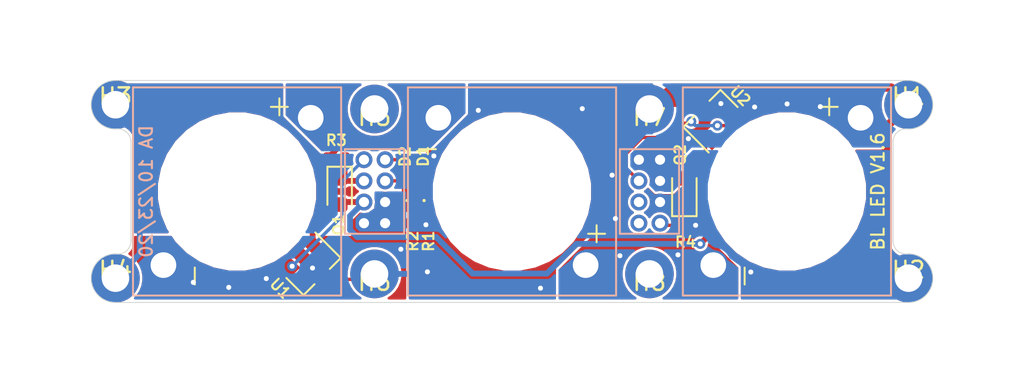
<source format=kicad_pcb>
(kicad_pcb (version 20171130) (host pcbnew "(5.1.4)-1")

  (general
    (thickness 1.6)
    (drawings 16)
    (tracks 111)
    (zones 0)
    (modules 23)
    (nets 19)
  )

  (page A4)
  (layers
    (0 F.Cu signal)
    (31 B.Cu signal)
    (32 B.Adhes user)
    (33 F.Adhes user)
    (34 B.Paste user)
    (35 F.Paste user)
    (36 B.SilkS user)
    (37 F.SilkS user)
    (38 B.Mask user)
    (39 F.Mask user)
    (40 Dwgs.User user)
    (41 Cmts.User user)
    (42 Eco1.User user)
    (43 Eco2.User user)
    (44 Edge.Cuts user)
    (45 Margin user)
    (46 B.CrtYd user)
    (47 F.CrtYd user)
    (48 B.Fab user)
    (49 F.Fab user)
  )

  (setup
    (last_trace_width 0.1524)
    (user_trace_width 0.2)
    (user_trace_width 0.35)
    (user_trace_width 0.5)
    (user_trace_width 0.7)
    (user_trace_width 1)
    (trace_clearance 0.1524)
    (zone_clearance 0.1524)
    (zone_45_only no)
    (trace_min 0.1524)
    (via_size 0.6)
    (via_drill 0.3)
    (via_min_size 0.6)
    (via_min_drill 0.3)
    (uvia_size 0.3)
    (uvia_drill 0.1)
    (uvias_allowed no)
    (uvia_min_size 0.2)
    (uvia_min_drill 0.1)
    (edge_width 0.05)
    (segment_width 0.2)
    (pcb_text_width 0.3)
    (pcb_text_size 1.5 1.5)
    (mod_edge_width 0.12)
    (mod_text_size 1 1)
    (mod_text_width 0.15)
    (pad_size 2.921 2.921)
    (pad_drill 1.651)
    (pad_to_mask_clearance 0.051)
    (solder_mask_min_width 0.25)
    (aux_axis_origin 0 0)
    (visible_elements 7FFFFFFF)
    (pcbplotparams
      (layerselection 0x010fc_ffffffff)
      (usegerberextensions false)
      (usegerberattributes false)
      (usegerberadvancedattributes false)
      (creategerberjobfile false)
      (excludeedgelayer true)
      (linewidth 0.100000)
      (plotframeref false)
      (viasonmask false)
      (mode 1)
      (useauxorigin false)
      (hpglpennumber 1)
      (hpglpenspeed 20)
      (hpglpendiameter 15.000000)
      (psnegative false)
      (psa4output false)
      (plotreference true)
      (plotvalue true)
      (plotinvisibletext false)
      (padsonsilk false)
      (subtractmaskfromsilk false)
      (outputformat 1)
      (mirror false)
      (drillshape 0)
      (scaleselection 1)
      (outputdirectory "SkateLightLEDBoard1.6_POS/"))
  )

  (net 0 "")
  (net 1 LightSense1)
  (net 2 LightSense2)
  (net 3 GND)
  (net 4 Temp1)
  (net 5 Temp2)
  (net 6 LED+)
  (net 7 "Net-(D3-Pad1)")
  (net 8 "Net-(D4-Pad1)")
  (net 9 LED_Sign_2)
  (net 10 LED_Sign_1)
  (net 11 LED-)
  (net 12 "Net-(D1-Pad1)")
  (net 13 "Net-(D2-Pad1)")
  (net 14 "Net-(H5-Pad1)")
  (net 15 "Net-(H8-Pad1)")
  (net 16 "Net-(J2-Pad8)")
  (net 17 "Net-(J2-Pad6)")
  (net 18 +5V)

  (net_class Default "This is the default net class."
    (clearance 0.1524)
    (trace_width 0.1524)
    (via_dia 0.6)
    (via_drill 0.3)
    (uvia_dia 0.3)
    (uvia_drill 0.1)
    (add_net +5V)
    (add_net GND)
    (add_net LED+)
    (add_net LED-)
    (add_net LED_Sign_1)
    (add_net LED_Sign_2)
    (add_net LightSense1)
    (add_net LightSense2)
    (add_net "Net-(D1-Pad1)")
    (add_net "Net-(D2-Pad1)")
    (add_net "Net-(D3-Pad1)")
    (add_net "Net-(D4-Pad1)")
    (add_net "Net-(H5-Pad1)")
    (add_net "Net-(H8-Pad1)")
    (add_net "Net-(J2-Pad6)")
    (add_net "Net-(J2-Pad8)")
    (add_net Temp1)
    (add_net Temp2)
  )

  (module LolomoloKiCADLib:BXRE-40E0800-D-73 (layer F.Cu) (tedit 5F068655) (tstamp 5F0721BA)
    (at 16.51 0 270)
    (path /5DCF6E75)
    (fp_text reference D5 (at 0.72 -0.22 270) (layer F.SilkS)
      (effects (font (size 1 1) (thickness 0.15)))
    )
    (fp_text value LED (at 0 -0.5 270) (layer F.Fab)
      (effects (font (size 1 1) (thickness 0.15)))
    )
    (fp_line (start 4.572 2.54) (end 5.588 2.54) (layer F.SilkS) (width 0.12))
    (fp_line (start -5.588 -2.54) (end -4.572 -2.54) (layer F.SilkS) (width 0.12))
    (fp_line (start -5.08 -3.048) (end -5.08 -2.032) (layer F.SilkS) (width 0.12))
    (fp_line (start 6.25 -6.25) (end 6.25 6.25) (layer B.SilkS) (width 0.12))
    (fp_line (start 6.25 6.25) (end -6.25 6.25) (layer B.SilkS) (width 0.12))
    (fp_line (start -6.25 6.25) (end -6.25 -6.25) (layer B.SilkS) (width 0.12))
    (fp_line (start -6.25 -6.25) (end 6.25 -6.25) (layer B.SilkS) (width 0.12))
    (pad "" np_thru_hole circle (at 0 0 270) (size 9.2 9.2) (drill 9.2) (layers *.Cu *.Mask))
    (pad 2 thru_hole circle (at 4.423 4.423 90) (size 1.8 1.8) (drill 1.54) (layers *.Cu *.Mask)
      (net 8 "Net-(D4-Pad1)"))
    (pad 1 thru_hole circle (at -4.423 -4.423 270) (size 1.8 1.8) (drill 1.54) (layers *.Cu *.Mask)
      (net 6 LED+))
  )

  (module LolomoloKiCADLib:BXRE-40E0800-D-73 (layer F.Cu) (tedit 5F068655) (tstamp 5DCE856D)
    (at -16.51 0 270)
    (path /5DCF7D26)
    (fp_text reference D3 (at 0 0.5 90) (layer F.SilkS)
      (effects (font (size 1 1) (thickness 0.15)))
    )
    (fp_text value LED (at 0 -0.5 90) (layer F.Fab)
      (effects (font (size 1 1) (thickness 0.15)))
    )
    (fp_line (start -6.25 -6.25) (end 6.25 -6.25) (layer B.SilkS) (width 0.12))
    (fp_line (start -6.25 6.25) (end -6.25 -6.25) (layer B.SilkS) (width 0.12))
    (fp_line (start 6.25 6.25) (end -6.25 6.25) (layer B.SilkS) (width 0.12))
    (fp_line (start 6.25 -6.25) (end 6.25 6.25) (layer B.SilkS) (width 0.12))
    (fp_line (start -5.08 -3.048) (end -5.08 -2.032) (layer F.SilkS) (width 0.12))
    (fp_line (start -5.588 -2.54) (end -4.572 -2.54) (layer F.SilkS) (width 0.12))
    (fp_line (start 4.572 2.54) (end 5.588 2.54) (layer F.SilkS) (width 0.12))
    (pad 1 thru_hole circle (at -4.423 -4.423 270) (size 1.8 1.8) (drill 1.54) (layers *.Cu *.Mask)
      (net 7 "Net-(D3-Pad1)"))
    (pad 2 thru_hole circle (at 4.423 4.423 90) (size 1.8 1.8) (drill 1.54) (layers *.Cu *.Mask)
      (net 11 LED-))
    (pad "" np_thru_hole circle (at 0 0 270) (size 9.2 9.2) (drill 9.2) (layers *.Cu *.Mask))
  )

  (module LolomoloKiCADLib:BXRE-40E0800-D-73 (layer F.Cu) (tedit 5F068655) (tstamp 5EDF236A)
    (at 0 0 180)
    (path /5DCF77FC)
    (fp_text reference D4 (at 0 0.5) (layer F.SilkS) hide
      (effects (font (size 1 1) (thickness 0.15)))
    )
    (fp_text value LED (at 0 -0.5) (layer F.Fab)
      (effects (font (size 1 1) (thickness 0.15)))
    )
    (fp_line (start -6.25 -6.25) (end 6.25 -6.25) (layer B.SilkS) (width 0.12))
    (fp_line (start -6.25 6.25) (end -6.25 -6.25) (layer B.SilkS) (width 0.12))
    (fp_line (start 6.25 6.25) (end -6.25 6.25) (layer B.SilkS) (width 0.12))
    (fp_line (start 6.25 -6.25) (end 6.25 6.25) (layer B.SilkS) (width 0.12))
    (fp_line (start -5.08 -3.048) (end -5.08 -2.032) (layer F.SilkS) (width 0.12))
    (fp_line (start -5.588 -2.54) (end -4.572 -2.54) (layer F.SilkS) (width 0.12))
    (fp_line (start 4.572 2.54) (end 5.588 2.54) (layer F.SilkS) (width 0.12))
    (pad 1 thru_hole circle (at -4.423 -4.423 180) (size 1.8 1.8) (drill 1.54) (layers *.Cu *.Mask)
      (net 8 "Net-(D4-Pad1)"))
    (pad 2 thru_hole circle (at 4.423 4.423) (size 1.8 1.8) (drill 1.54) (layers *.Cu *.Mask)
      (net 7 "Net-(D3-Pad1)"))
    (pad "" np_thru_hole circle (at 0 0 180) (size 9.2 9.2) (drill 9.2) (layers *.Cu *.Mask))
  )

  (module LolomoloKiCADLib:Conn_2x4_0.05in (layer B.Cu) (tedit 5DB23ACC) (tstamp 5DB330C1)
    (at 8.89 -1.905 180)
    (path /5DE8A9BC)
    (fp_text reference J2 (at 0.6604 1.524 180) (layer B.SilkS) hide
      (effects (font (size 1 1) (thickness 0.15)) (justify mirror))
    )
    (fp_text value Conn_02x04_Odd_Even (at 0 0.5 180) (layer B.Fab) hide
      (effects (font (size 1 1) (thickness 0.15)) (justify mirror))
    )
    (fp_line (start -1.143 -4.445) (end -1.143 0.635) (layer B.SilkS) (width 0.12))
    (fp_line (start 2.413 -4.445) (end -1.143 -4.445) (layer B.SilkS) (width 0.12))
    (fp_line (start 2.413 0.635) (end 2.413 -4.445) (layer B.SilkS) (width 0.12))
    (fp_line (start -1.143 0.635) (end 2.413 0.635) (layer B.SilkS) (width 0.12))
    (pad 8 thru_hole circle (at 1.27 -3.81 180) (size 1.016 1.016) (drill 0.6096) (layers *.Cu *.Mask)
      (net 16 "Net-(J2-Pad8)"))
    (pad 7 thru_hole circle (at 0 -3.81 180) (size 1.016 1.016) (drill 0.6096) (layers *.Cu *.Mask)
      (net 2 LightSense2))
    (pad 6 thru_hole circle (at 1.27 -2.54 180) (size 1.016 1.016) (drill 0.6096) (layers *.Cu *.Mask)
      (net 17 "Net-(J2-Pad6)"))
    (pad 5 thru_hole circle (at 0 -2.54 180) (size 1.016 1.016) (drill 0.6096) (layers *.Cu *.Mask)
      (net 3 GND))
    (pad 4 thru_hole circle (at 1.27 -1.27 180) (size 1.016 1.016) (drill 0.6096) (layers *.Cu *.Mask)
      (net 5 Temp2))
    (pad 3 thru_hole circle (at 0 -1.27 180) (size 1.016 1.016) (drill 0.6096) (layers *.Cu *.Mask)
      (net 6 LED+))
    (pad 2 thru_hole circle (at 1.27 0 180) (size 1.016 1.016) (drill 0.6096) (layers *.Cu *.Mask)
      (net 6 LED+))
    (pad 1 thru_hole circle (at 0 0 180) (size 1.016 1.016) (drill 0.6096) (layers *.Cu *.Mask)
      (net 6 LED+))
  )

  (module LolomoloKiCADLib:MH_0-80_Screw_Grounded (layer F.Cu) (tedit 5DB23F78) (tstamp 5DB3D970)
    (at 8.255 4.953)
    (path /5DB3FDBA)
    (fp_text reference H8 (at 0 0.5) (layer F.SilkS)
      (effects (font (size 1 1) (thickness 0.15)))
    )
    (fp_text value MountingHole_Pad (at 0 -0.5) (layer F.Fab)
      (effects (font (size 1 1) (thickness 0.15)))
    )
    (pad 1 thru_hole circle (at 0 0) (size 2.921 2.921) (drill 1.651) (layers *.Cu *.Mask)
      (net 15 "Net-(H8-Pad1)"))
  )

  (module LolomoloKiCADLib:MH_0-80_Screw_Grounded (layer F.Cu) (tedit 5DB23F78) (tstamp 5DB3D96B)
    (at 8.255 -4.953)
    (path /5DB3FDA0)
    (fp_text reference H7 (at 0 0.5) (layer F.SilkS)
      (effects (font (size 1 1) (thickness 0.15)))
    )
    (fp_text value MountingHole_Pad (at 0 -0.5) (layer F.Fab)
      (effects (font (size 1 1) (thickness 0.15)))
    )
    (pad 1 thru_hole circle (at 0 0) (size 2.921 2.921) (drill 1.651) (layers *.Cu *.Mask)
      (net 3 GND))
  )

  (module LolomoloKiCADLib:MH_0-80_Screw_Grounded (layer F.Cu) (tedit 5DB23F78) (tstamp 5DB3D966)
    (at -8.255 4.953)
    (path /5DB3FDAD)
    (fp_text reference H6 (at 0 0.5) (layer F.SilkS)
      (effects (font (size 1 1) (thickness 0.15)))
    )
    (fp_text value MountingHole_Pad (at 0 -0.5) (layer F.Fab)
      (effects (font (size 1 1) (thickness 0.15)))
    )
    (pad 1 thru_hole circle (at 0 0) (size 2.921 2.921) (drill 1.651) (layers *.Cu *.Mask)
      (net 3 GND))
  )

  (module LolomoloKiCADLib:MH_0-80_Screw_Grounded (layer F.Cu) (tedit 5DB23F78) (tstamp 5DB3D961)
    (at -8.255 -4.953)
    (path /5DB3FD93)
    (fp_text reference H5 (at 0 0.5) (layer F.SilkS)
      (effects (font (size 1 1) (thickness 0.15)))
    )
    (fp_text value MountingHole_Pad (at 0 -0.5) (layer F.Fab)
      (effects (font (size 1 1) (thickness 0.15)))
    )
    (pad 1 thru_hole circle (at 0 0) (size 2.921 2.921) (drill 1.651) (layers *.Cu *.Mask)
      (net 14 "Net-(H5-Pad1)"))
  )

  (module LolomoloKiCADLib:Conn_2x4_0.05in (layer B.Cu) (tedit 5DB23ACC) (tstamp 5DB3376C)
    (at -7.62 -1.905 180)
    (path /5DE89DA5)
    (fp_text reference J1 (at 0.6604 1.524) (layer B.SilkS) hide
      (effects (font (size 1 1) (thickness 0.15)) (justify mirror))
    )
    (fp_text value Conn_02x04_Odd_Even (at 0 0.5) (layer B.Fab)
      (effects (font (size 1 1) (thickness 0.15)) (justify mirror))
    )
    (fp_line (start -1.143 -4.445) (end -1.143 0.635) (layer B.SilkS) (width 0.12))
    (fp_line (start 2.413 -4.445) (end -1.143 -4.445) (layer B.SilkS) (width 0.12))
    (fp_line (start 2.413 0.635) (end 2.413 -4.445) (layer B.SilkS) (width 0.12))
    (fp_line (start -1.143 0.635) (end 2.413 0.635) (layer B.SilkS) (width 0.12))
    (pad 8 thru_hole circle (at 1.27 -3.81 180) (size 1.016 1.016) (drill 0.6096) (layers *.Cu *.Mask)
      (net 11 LED-))
    (pad 7 thru_hole circle (at 0 -3.81 180) (size 1.016 1.016) (drill 0.6096) (layers *.Cu *.Mask)
      (net 11 LED-))
    (pad 6 thru_hole circle (at 1.27 -2.54 180) (size 1.016 1.016) (drill 0.6096) (layers *.Cu *.Mask)
      (net 18 +5V))
    (pad 5 thru_hole circle (at 0 -2.54 180) (size 1.016 1.016) (drill 0.6096) (layers *.Cu *.Mask)
      (net 11 LED-))
    (pad 4 thru_hole circle (at 1.27 -1.27 180) (size 1.016 1.016) (drill 0.6096) (layers *.Cu *.Mask)
      (net 1 LightSense1))
    (pad 3 thru_hole circle (at 0 -1.27 180) (size 1.016 1.016) (drill 0.6096) (layers *.Cu *.Mask)
      (net 9 LED_Sign_2))
    (pad 2 thru_hole circle (at 1.27 0 180) (size 1.016 1.016) (drill 0.6096) (layers *.Cu *.Mask)
      (net 4 Temp1))
    (pad 1 thru_hole circle (at 0 0 180) (size 1.016 1.016) (drill 0.6096) (layers *.Cu *.Mask)
      (net 10 LED_Sign_1))
  )

  (module LolomoloKiCADLib:MH_0-80_Screw_Grounded (layer F.Cu) (tedit 5DB23F78) (tstamp 5DB33092)
    (at 23.8125 -5.207 180)
    (path /5DEAD1D5)
    (fp_text reference H1 (at 0 0.5) (layer F.SilkS)
      (effects (font (size 1 1) (thickness 0.15)))
    )
    (fp_text value MountingHole_Pad (at 0 -0.5) (layer F.Fab)
      (effects (font (size 1 1) (thickness 0.15)))
    )
    (pad 1 thru_hole circle (at 0 0 180) (size 2.921 2.921) (drill 1.651) (layers *.Cu *.Mask)
      (net 3 GND))
  )

  (module LolomoloKiCADLib:MH_0-80_Screw_Grounded (layer F.Cu) (tedit 5DB23F78) (tstamp 5DB33097)
    (at 23.8125 5.207 180)
    (path /5DEB2AF6)
    (fp_text reference H2 (at 0 0.5) (layer F.SilkS)
      (effects (font (size 1 1) (thickness 0.15)))
    )
    (fp_text value MountingHole_Pad (at 0 -0.5) (layer F.Fab)
      (effects (font (size 1 1) (thickness 0.15)))
    )
    (pad 1 thru_hole circle (at 0 0 180) (size 2.921 2.921) (drill 1.651) (layers *.Cu *.Mask)
      (net 3 GND))
  )

  (module LolomoloKiCADLib:MH_0-80_Screw_Grounded (layer F.Cu) (tedit 5DB23F78) (tstamp 5DB3309C)
    (at -23.8125 -5.207 180)
    (path /5DEB13FB)
    (fp_text reference H3 (at 0 0.5) (layer F.SilkS)
      (effects (font (size 1 1) (thickness 0.15)))
    )
    (fp_text value MountingHole_Pad (at 0 -0.5) (layer F.Fab)
      (effects (font (size 1 1) (thickness 0.15)))
    )
    (pad 1 thru_hole circle (at 0 0 180) (size 2.921 2.921) (drill 1.651) (layers *.Cu *.Mask)
      (net 3 GND))
  )

  (module LolomoloKiCADLib:MH_0-80_Screw_Grounded (layer F.Cu) (tedit 5DB23F78) (tstamp 5DB330A1)
    (at -23.8125 5.207 180)
    (path /5DEB431C)
    (fp_text reference H4 (at 0 0.5) (layer F.SilkS)
      (effects (font (size 1 1) (thickness 0.15)))
    )
    (fp_text value MountingHole_Pad (at 0 -0.5) (layer F.Fab)
      (effects (font (size 1 1) (thickness 0.15)))
    )
    (pad 1 thru_hole circle (at 0 0 180) (size 2.921 2.921) (drill 1.651) (layers *.Cu *.Mask)
      (net 3 GND))
  )

  (module Package_TO_SOT_SMD:SOT-23 (layer F.Cu) (tedit 5A02FF57) (tstamp 5DCE7B2B)
    (at -11.938 4.572 315)
    (descr "SOT-23, Standard")
    (tags SOT-23)
    (path /5DCE3E90)
    (attr smd)
    (fp_text reference U1 (at -0.513671 2.284577 135) (layer F.SilkS)
      (effects (font (size 0.635 0.635) (thickness 0.127)))
    )
    (fp_text value MCP9700AT-E_TT (at 0 2.5 135) (layer F.Fab)
      (effects (font (size 1 1) (thickness 0.15)))
    )
    (fp_line (start 0.76 1.58) (end -0.7 1.58) (layer F.SilkS) (width 0.12))
    (fp_line (start 0.76 -1.58) (end -1.4 -1.58) (layer F.SilkS) (width 0.12))
    (fp_line (start -1.7 1.75) (end -1.7 -1.75) (layer F.CrtYd) (width 0.05))
    (fp_line (start 1.7 1.75) (end -1.7 1.75) (layer F.CrtYd) (width 0.05))
    (fp_line (start 1.7 -1.75) (end 1.7 1.75) (layer F.CrtYd) (width 0.05))
    (fp_line (start -1.7 -1.75) (end 1.7 -1.75) (layer F.CrtYd) (width 0.05))
    (fp_line (start 0.76 -1.58) (end 0.76 -0.65) (layer F.SilkS) (width 0.12))
    (fp_line (start 0.76 1.58) (end 0.76 0.65) (layer F.SilkS) (width 0.12))
    (fp_line (start -0.7 1.52) (end 0.7 1.52) (layer F.Fab) (width 0.1))
    (fp_line (start 0.7 -1.52) (end 0.7 1.52) (layer F.Fab) (width 0.1))
    (fp_line (start -0.7 -0.95) (end -0.15 -1.52) (layer F.Fab) (width 0.1))
    (fp_line (start -0.15 -1.52) (end 0.7 -1.52) (layer F.Fab) (width 0.1))
    (fp_line (start -0.7 -0.95) (end -0.7 1.5) (layer F.Fab) (width 0.1))
    (fp_text user %R (at 0 0 45) (layer F.Fab)
      (effects (font (size 0.5 0.5) (thickness 0.075)))
    )
    (pad 3 smd rect (at 1 0 315) (size 0.9 0.8) (layers F.Cu F.Paste F.Mask)
      (net 3 GND))
    (pad 2 smd rect (at -1 0.95 315) (size 0.9 0.8) (layers F.Cu F.Paste F.Mask)
      (net 4 Temp1))
    (pad 1 smd rect (at -1 -0.95 315) (size 0.9 0.8) (layers F.Cu F.Paste F.Mask)
      (net 18 +5V))
    (model ${KISYS3DMOD}/Package_TO_SOT_SMD.3dshapes/SOT-23.wrl
      (at (xyz 0 0 0))
      (scale (xyz 1 1 1))
      (rotate (xyz 0 0 0))
    )
  )

  (module Package_TO_SOT_SMD:SOT-23 (layer F.Cu) (tedit 5A02FF57) (tstamp 5E006F93)
    (at 11.938 -4.445 135)
    (descr "SOT-23, Standard")
    (tags SOT-23)
    (path /5DCE44AB)
    (attr smd)
    (fp_text reference U2 (at -0.337658 2.162446 135) (layer F.SilkS)
      (effects (font (size 0.635 0.635) (thickness 0.127)))
    )
    (fp_text value MCP9700AT-E_TT (at 0 2.5 135) (layer F.Fab)
      (effects (font (size 1 1) (thickness 0.15)))
    )
    (fp_line (start 0.76 1.58) (end -0.7 1.58) (layer F.SilkS) (width 0.12))
    (fp_line (start 0.76 -1.58) (end -1.4 -1.58) (layer F.SilkS) (width 0.12))
    (fp_line (start -1.7 1.75) (end -1.7 -1.75) (layer F.CrtYd) (width 0.05))
    (fp_line (start 1.7 1.75) (end -1.7 1.75) (layer F.CrtYd) (width 0.05))
    (fp_line (start 1.7 -1.75) (end 1.7 1.75) (layer F.CrtYd) (width 0.05))
    (fp_line (start -1.7 -1.75) (end 1.7 -1.75) (layer F.CrtYd) (width 0.05))
    (fp_line (start 0.76 -1.58) (end 0.76 -0.65) (layer F.SilkS) (width 0.12))
    (fp_line (start 0.76 1.58) (end 0.76 0.65) (layer F.SilkS) (width 0.12))
    (fp_line (start -0.7 1.52) (end 0.7 1.52) (layer F.Fab) (width 0.1))
    (fp_line (start 0.7 -1.52) (end 0.7 1.52) (layer F.Fab) (width 0.1))
    (fp_line (start -0.7 -0.95) (end -0.15 -1.52) (layer F.Fab) (width 0.1))
    (fp_line (start -0.15 -1.52) (end 0.7 -1.52) (layer F.Fab) (width 0.1))
    (fp_line (start -0.7 -0.95) (end -0.7 1.5) (layer F.Fab) (width 0.1))
    (fp_text user %R (at 0 0 45) (layer F.Fab)
      (effects (font (size 0.5 0.5) (thickness 0.075)))
    )
    (pad 3 smd rect (at 1 0 135) (size 0.9 0.8) (layers F.Cu F.Paste F.Mask)
      (net 3 GND))
    (pad 2 smd rect (at -1 0.95 135) (size 0.9 0.8) (layers F.Cu F.Paste F.Mask)
      (net 5 Temp2))
    (pad 1 smd rect (at -1 -0.95 135) (size 0.9 0.8) (layers F.Cu F.Paste F.Mask)
      (net 18 +5V))
    (model ${KISYS3DMOD}/Package_TO_SOT_SMD.3dshapes/SOT-23.wrl
      (at (xyz 0 0 0))
      (scale (xyz 1 1 1))
      (rotate (xyz 0 0 0))
    )
  )

  (module Diode_SMD:D_0402_1005Metric (layer F.Cu) (tedit 5B301BBE) (tstamp 5E013A51)
    (at -5.28066 -0.54356 90)
    (descr "Diode SMD 0402 (1005 Metric), square (rectangular) end terminal, IPC_7351 nominal, (Body size source: http://www.tortai-tech.com/upload/download/2011102023233369053.pdf), generated with kicad-footprint-generator")
    (tags diode)
    (path /5E06AE24)
    (attr smd)
    (fp_text reference D1 (at 1.56464 -0.05842 90) (layer F.SilkS)
      (effects (font (size 0.635 0.635) (thickness 0.127)))
    )
    (fp_text value LEDR (at 0 1.17 90) (layer F.Fab)
      (effects (font (size 1 1) (thickness 0.15)))
    )
    (fp_circle (center -1.09 0) (end -1.04 0) (layer F.SilkS) (width 0.1))
    (fp_line (start -0.5 0.25) (end -0.5 -0.25) (layer F.Fab) (width 0.1))
    (fp_line (start -0.5 -0.25) (end 0.5 -0.25) (layer F.Fab) (width 0.1))
    (fp_line (start 0.5 -0.25) (end 0.5 0.25) (layer F.Fab) (width 0.1))
    (fp_line (start 0.5 0.25) (end -0.5 0.25) (layer F.Fab) (width 0.1))
    (fp_line (start -0.4 0.25) (end -0.4 -0.25) (layer F.Fab) (width 0.1))
    (fp_line (start -0.3 0.25) (end -0.3 -0.25) (layer F.Fab) (width 0.1))
    (fp_line (start -0.93 0.47) (end -0.93 -0.47) (layer F.CrtYd) (width 0.05))
    (fp_line (start -0.93 -0.47) (end 0.93 -0.47) (layer F.CrtYd) (width 0.05))
    (fp_line (start 0.93 -0.47) (end 0.93 0.47) (layer F.CrtYd) (width 0.05))
    (fp_line (start 0.93 0.47) (end -0.93 0.47) (layer F.CrtYd) (width 0.05))
    (fp_text user %R (at 0 0 90) (layer F.Fab)
      (effects (font (size 0.25 0.25) (thickness 0.04)))
    )
    (pad 1 smd roundrect (at -0.485 0 90) (size 0.59 0.64) (layers F.Cu F.Paste F.Mask) (roundrect_rratio 0.25)
      (net 12 "Net-(D1-Pad1)"))
    (pad 2 smd roundrect (at 0.485 0 90) (size 0.59 0.64) (layers F.Cu F.Paste F.Mask) (roundrect_rratio 0.25)
      (net 10 LED_Sign_1))
    (model ${KISYS3DMOD}/Diode_SMD.3dshapes/D_0402_1005Metric.wrl
      (at (xyz 0 0 0))
      (scale (xyz 1 1 1))
      (rotate (xyz 0 0 0))
    )
  )

  (module Diode_SMD:D_0402_1005Metric (layer F.Cu) (tedit 5B301BBE) (tstamp 5E013A63)
    (at -6.29666 -0.54356 90)
    (descr "Diode SMD 0402 (1005 Metric), square (rectangular) end terminal, IPC_7351 nominal, (Body size source: http://www.tortai-tech.com/upload/download/2011102023233369053.pdf), generated with kicad-footprint-generator")
    (tags diode)
    (path /5E070808)
    (attr smd)
    (fp_text reference D2 (at 1.55194 -0.12954 90) (layer F.SilkS)
      (effects (font (size 0.635 0.635) (thickness 0.127)))
    )
    (fp_text value LEDG (at 0 1.17 90) (layer F.Fab)
      (effects (font (size 1 1) (thickness 0.15)))
    )
    (fp_text user %R (at 0 0 90) (layer F.Fab)
      (effects (font (size 0.25 0.25) (thickness 0.04)))
    )
    (fp_line (start 0.93 0.47) (end -0.93 0.47) (layer F.CrtYd) (width 0.05))
    (fp_line (start 0.93 -0.47) (end 0.93 0.47) (layer F.CrtYd) (width 0.05))
    (fp_line (start -0.93 -0.47) (end 0.93 -0.47) (layer F.CrtYd) (width 0.05))
    (fp_line (start -0.93 0.47) (end -0.93 -0.47) (layer F.CrtYd) (width 0.05))
    (fp_line (start -0.3 0.25) (end -0.3 -0.25) (layer F.Fab) (width 0.1))
    (fp_line (start -0.4 0.25) (end -0.4 -0.25) (layer F.Fab) (width 0.1))
    (fp_line (start 0.5 0.25) (end -0.5 0.25) (layer F.Fab) (width 0.1))
    (fp_line (start 0.5 -0.25) (end 0.5 0.25) (layer F.Fab) (width 0.1))
    (fp_line (start -0.5 -0.25) (end 0.5 -0.25) (layer F.Fab) (width 0.1))
    (fp_line (start -0.5 0.25) (end -0.5 -0.25) (layer F.Fab) (width 0.1))
    (fp_circle (center -1.09 0) (end -1.04 0) (layer F.SilkS) (width 0.1))
    (pad 2 smd roundrect (at 0.485 0 90) (size 0.59 0.64) (layers F.Cu F.Paste F.Mask) (roundrect_rratio 0.25)
      (net 9 LED_Sign_2))
    (pad 1 smd roundrect (at -0.485 0 90) (size 0.59 0.64) (layers F.Cu F.Paste F.Mask) (roundrect_rratio 0.25)
      (net 13 "Net-(D2-Pad1)"))
    (model ${KISYS3DMOD}/Diode_SMD.3dshapes/D_0402_1005Metric.wrl
      (at (xyz 0 0 0))
      (scale (xyz 1 1 1))
      (rotate (xyz 0 0 0))
    )
  )

  (module Diode_SMD:D_0603_1608Metric (layer F.Cu) (tedit 5B301BBE) (tstamp 5E013A88)
    (at -10.3505 0 270)
    (descr "Diode SMD 0603 (1608 Metric), square (rectangular) end terminal, IPC_7351 nominal, (Body size source: http://www.tortai-tech.com/upload/download/2011102023233369053.pdf), generated with kicad-footprint-generator")
    (tags diode)
    (path /5E08ED74)
    (attr smd)
    (fp_text reference Q1 (at 2 0.0495 90) (layer F.SilkS)
      (effects (font (size 0.635 0.635) (thickness 0.127)))
    )
    (fp_text value Q_Photo_NPN_EC (at 0 1.43 90) (layer F.Fab)
      (effects (font (size 1 1) (thickness 0.15)))
    )
    (fp_text user %R (at 1.02108 -1.12268 90) (layer F.Fab)
      (effects (font (size 0.4 0.4) (thickness 0.06)))
    )
    (fp_line (start 1.48 0.73) (end -1.48 0.73) (layer F.CrtYd) (width 0.05))
    (fp_line (start 1.48 -0.73) (end 1.48 0.73) (layer F.CrtYd) (width 0.05))
    (fp_line (start -1.48 -0.73) (end 1.48 -0.73) (layer F.CrtYd) (width 0.05))
    (fp_line (start -1.48 0.73) (end -1.48 -0.73) (layer F.CrtYd) (width 0.05))
    (fp_line (start -1.485 0.735) (end 0.8 0.735) (layer F.SilkS) (width 0.12))
    (fp_line (start -1.485 -0.735) (end -1.485 0.735) (layer F.SilkS) (width 0.12))
    (fp_line (start 0.8 -0.735) (end -1.485 -0.735) (layer F.SilkS) (width 0.12))
    (fp_line (start 0.8 0.4) (end 0.8 -0.4) (layer F.Fab) (width 0.1))
    (fp_line (start -0.8 0.4) (end 0.8 0.4) (layer F.Fab) (width 0.1))
    (fp_line (start -0.8 -0.1) (end -0.8 0.4) (layer F.Fab) (width 0.1))
    (fp_line (start -0.5 -0.4) (end -0.8 -0.1) (layer F.Fab) (width 0.1))
    (fp_line (start 0.8 -0.4) (end -0.5 -0.4) (layer F.Fab) (width 0.1))
    (pad 2 smd roundrect (at 0.7875 0 270) (size 0.875 0.95) (layers F.Cu F.Paste F.Mask) (roundrect_rratio 0.25)
      (net 18 +5V))
    (pad 1 smd roundrect (at -0.7875 0 270) (size 0.875 0.95) (layers F.Cu F.Paste F.Mask) (roundrect_rratio 0.25)
      (net 1 LightSense1))
    (model ${KISYS3DMOD}/Diode_SMD.3dshapes/D_0603_1608Metric.wrl
      (at (xyz 0 0 0))
      (scale (xyz 1 1 1))
      (rotate (xyz 0 0 0))
    )
  )

  (module Diode_SMD:D_0603_1608Metric (layer F.Cu) (tedit 5B301BBE) (tstamp 5E013A9B)
    (at 10.3505 0 90)
    (descr "Diode SMD 0603 (1608 Metric), square (rectangular) end terminal, IPC_7351 nominal, (Body size source: http://www.tortai-tech.com/upload/download/2011102023233369053.pdf), generated with kicad-footprint-generator")
    (tags diode)
    (path /5E086019)
    (attr smd)
    (fp_text reference Q2 (at 2.2 -0.2505 270) (layer F.SilkS)
      (effects (font (size 0.635 0.635) (thickness 0.127)))
    )
    (fp_text value Q_Photo_NPN_EC (at 0 1.43 90) (layer F.Fab)
      (effects (font (size 1 1) (thickness 0.15)))
    )
    (fp_line (start 0.8 -0.4) (end -0.5 -0.4) (layer F.Fab) (width 0.1))
    (fp_line (start -0.5 -0.4) (end -0.8 -0.1) (layer F.Fab) (width 0.1))
    (fp_line (start -0.8 -0.1) (end -0.8 0.4) (layer F.Fab) (width 0.1))
    (fp_line (start -0.8 0.4) (end 0.8 0.4) (layer F.Fab) (width 0.1))
    (fp_line (start 0.8 0.4) (end 0.8 -0.4) (layer F.Fab) (width 0.1))
    (fp_line (start 0.8 -0.735) (end -1.485 -0.735) (layer F.SilkS) (width 0.12))
    (fp_line (start -1.485 -0.735) (end -1.485 0.735) (layer F.SilkS) (width 0.12))
    (fp_line (start -1.485 0.735) (end 0.8 0.735) (layer F.SilkS) (width 0.12))
    (fp_line (start -1.48 0.73) (end -1.48 -0.73) (layer F.CrtYd) (width 0.05))
    (fp_line (start -1.48 -0.73) (end 1.48 -0.73) (layer F.CrtYd) (width 0.05))
    (fp_line (start 1.48 -0.73) (end 1.48 0.73) (layer F.CrtYd) (width 0.05))
    (fp_line (start 1.48 0.73) (end -1.48 0.73) (layer F.CrtYd) (width 0.05))
    (fp_text user %R (at 0 0 90) (layer F.Fab)
      (effects (font (size 0.4 0.4) (thickness 0.06)))
    )
    (pad 1 smd roundrect (at -0.7875 0 90) (size 0.875 0.95) (layers F.Cu F.Paste F.Mask) (roundrect_rratio 0.25)
      (net 2 LightSense2))
    (pad 2 smd roundrect (at 0.7875 0 90) (size 0.875 0.95) (layers F.Cu F.Paste F.Mask) (roundrect_rratio 0.25)
      (net 18 +5V))
    (model ${KISYS3DMOD}/Diode_SMD.3dshapes/D_0603_1608Metric.wrl
      (at (xyz 0 0 0))
      (scale (xyz 1 1 1))
      (rotate (xyz 0 0 0))
    )
  )

  (module Resistor_SMD:R_0402_1005Metric (layer F.Cu) (tedit 5B301BBD) (tstamp 5E013A9C)
    (at -10.541 -2.032 180)
    (descr "Resistor SMD 0402 (1005 Metric), square (rectangular) end terminal, IPC_7351 nominal, (Body size source: http://www.tortai-tech.com/upload/download/2011102023233369053.pdf), generated with kicad-footprint-generator")
    (tags resistor)
    (path /5DE8211B)
    (attr smd)
    (fp_text reference R3 (at 0.01016 1.03886) (layer F.SilkS)
      (effects (font (size 0.635 0.635) (thickness 0.127)))
    )
    (fp_text value "100k 1%" (at 0 1.17) (layer F.Fab)
      (effects (font (size 1 1) (thickness 0.15)))
    )
    (fp_text user %R (at 0 0) (layer F.Fab)
      (effects (font (size 0.25 0.25) (thickness 0.04)))
    )
    (fp_line (start 0.93 0.47) (end -0.93 0.47) (layer F.CrtYd) (width 0.05))
    (fp_line (start 0.93 -0.47) (end 0.93 0.47) (layer F.CrtYd) (width 0.05))
    (fp_line (start -0.93 -0.47) (end 0.93 -0.47) (layer F.CrtYd) (width 0.05))
    (fp_line (start -0.93 0.47) (end -0.93 -0.47) (layer F.CrtYd) (width 0.05))
    (fp_line (start 0.5 0.25) (end -0.5 0.25) (layer F.Fab) (width 0.1))
    (fp_line (start 0.5 -0.25) (end 0.5 0.25) (layer F.Fab) (width 0.1))
    (fp_line (start -0.5 -0.25) (end 0.5 -0.25) (layer F.Fab) (width 0.1))
    (fp_line (start -0.5 0.25) (end -0.5 -0.25) (layer F.Fab) (width 0.1))
    (pad 2 smd roundrect (at 0.485 0 180) (size 0.59 0.64) (layers F.Cu F.Paste F.Mask) (roundrect_rratio 0.25)
      (net 3 GND))
    (pad 1 smd roundrect (at -0.485 0 180) (size 0.59 0.64) (layers F.Cu F.Paste F.Mask) (roundrect_rratio 0.25)
      (net 1 LightSense1))
    (model ${KISYS3DMOD}/Resistor_SMD.3dshapes/R_0402_1005Metric.wrl
      (at (xyz 0 0 0))
      (scale (xyz 1 1 1))
      (rotate (xyz 0 0 0))
    )
  )

  (module Resistor_SMD:R_0402_1005Metric (layer F.Cu) (tedit 5B301BBD) (tstamp 5E013AAA)
    (at 10.541 2.032)
    (descr "Resistor SMD 0402 (1005 Metric), square (rectangular) end terminal, IPC_7351 nominal, (Body size source: http://www.tortai-tech.com/upload/download/2011102023233369053.pdf), generated with kicad-footprint-generator")
    (tags resistor)
    (path /5DE8D404)
    (attr smd)
    (fp_text reference R4 (at -0.12446 1.01346) (layer F.SilkS)
      (effects (font (size 0.635 0.635) (thickness 0.127)))
    )
    (fp_text value "100k 1%" (at 0 1.17) (layer F.Fab)
      (effects (font (size 1 1) (thickness 0.15)))
    )
    (fp_line (start -0.5 0.25) (end -0.5 -0.25) (layer F.Fab) (width 0.1))
    (fp_line (start -0.5 -0.25) (end 0.5 -0.25) (layer F.Fab) (width 0.1))
    (fp_line (start 0.5 -0.25) (end 0.5 0.25) (layer F.Fab) (width 0.1))
    (fp_line (start 0.5 0.25) (end -0.5 0.25) (layer F.Fab) (width 0.1))
    (fp_line (start -0.93 0.47) (end -0.93 -0.47) (layer F.CrtYd) (width 0.05))
    (fp_line (start -0.93 -0.47) (end 0.93 -0.47) (layer F.CrtYd) (width 0.05))
    (fp_line (start 0.93 -0.47) (end 0.93 0.47) (layer F.CrtYd) (width 0.05))
    (fp_line (start 0.93 0.47) (end -0.93 0.47) (layer F.CrtYd) (width 0.05))
    (fp_text user %R (at 0 0) (layer F.Fab)
      (effects (font (size 0.25 0.25) (thickness 0.04)))
    )
    (pad 1 smd roundrect (at -0.485 0) (size 0.59 0.64) (layers F.Cu F.Paste F.Mask) (roundrect_rratio 0.25)
      (net 2 LightSense2))
    (pad 2 smd roundrect (at 0.485 0) (size 0.59 0.64) (layers F.Cu F.Paste F.Mask) (roundrect_rratio 0.25)
      (net 3 GND))
    (model ${KISYS3DMOD}/Resistor_SMD.3dshapes/R_0402_1005Metric.wrl
      (at (xyz 0 0 0))
      (scale (xyz 1 1 1))
      (rotate (xyz 0 0 0))
    )
  )

  (module Resistor_SMD:R_0402_1005Metric (layer F.Cu) (tedit 5B301BBD) (tstamp 5E014085)
    (at -5.28066 1.42494 270)
    (descr "Resistor SMD 0402 (1005 Metric), square (rectangular) end terminal, IPC_7351 nominal, (Body size source: http://www.tortai-tech.com/upload/download/2011102023233369053.pdf), generated with kicad-footprint-generator")
    (tags resistor)
    (path /5E06AB3A)
    (attr smd)
    (fp_text reference R1 (at 1.56972 -0.26924 90) (layer F.SilkS)
      (effects (font (size 0.635 0.635) (thickness 0.127)))
    )
    (fp_text value "2k7 5%" (at 0 1.17 90) (layer F.Fab)
      (effects (font (size 1 1) (thickness 0.15)))
    )
    (fp_text user %R (at 0 0 90) (layer F.Fab)
      (effects (font (size 0.25 0.25) (thickness 0.04)))
    )
    (fp_line (start 0.93 0.47) (end -0.93 0.47) (layer F.CrtYd) (width 0.05))
    (fp_line (start 0.93 -0.47) (end 0.93 0.47) (layer F.CrtYd) (width 0.05))
    (fp_line (start -0.93 -0.47) (end 0.93 -0.47) (layer F.CrtYd) (width 0.05))
    (fp_line (start -0.93 0.47) (end -0.93 -0.47) (layer F.CrtYd) (width 0.05))
    (fp_line (start 0.5 0.25) (end -0.5 0.25) (layer F.Fab) (width 0.1))
    (fp_line (start 0.5 -0.25) (end 0.5 0.25) (layer F.Fab) (width 0.1))
    (fp_line (start -0.5 -0.25) (end 0.5 -0.25) (layer F.Fab) (width 0.1))
    (fp_line (start -0.5 0.25) (end -0.5 -0.25) (layer F.Fab) (width 0.1))
    (pad 2 smd roundrect (at 0.485 0 270) (size 0.59 0.64) (layers F.Cu F.Paste F.Mask) (roundrect_rratio 0.25)
      (net 3 GND))
    (pad 1 smd roundrect (at -0.485 0 270) (size 0.59 0.64) (layers F.Cu F.Paste F.Mask) (roundrect_rratio 0.25)
      (net 12 "Net-(D1-Pad1)"))
    (model ${KISYS3DMOD}/Resistor_SMD.3dshapes/R_0402_1005Metric.wrl
      (at (xyz 0 0 0))
      (scale (xyz 1 1 1))
      (rotate (xyz 0 0 0))
    )
  )

  (module Resistor_SMD:R_0402_1005Metric (layer F.Cu) (tedit 5B301BBD) (tstamp 5E013AE4)
    (at -6.29666 1.42494 270)
    (descr "Resistor SMD 0402 (1005 Metric), square (rectangular) end terminal, IPC_7351 nominal, (Body size source: http://www.tortai-tech.com/upload/download/2011102023233369053.pdf), generated with kicad-footprint-generator")
    (tags resistor)
    (path /5E070802)
    (attr smd)
    (fp_text reference R2 (at 1.56718 -0.33528 90) (layer F.SilkS)
      (effects (font (size 0.635 0.635) (thickness 0.127)))
    )
    (fp_text value "2k7 5%" (at 0 1.17 90) (layer F.Fab)
      (effects (font (size 1 1) (thickness 0.15)))
    )
    (fp_line (start -0.5 0.25) (end -0.5 -0.25) (layer F.Fab) (width 0.1))
    (fp_line (start -0.5 -0.25) (end 0.5 -0.25) (layer F.Fab) (width 0.1))
    (fp_line (start 0.5 -0.25) (end 0.5 0.25) (layer F.Fab) (width 0.1))
    (fp_line (start 0.5 0.25) (end -0.5 0.25) (layer F.Fab) (width 0.1))
    (fp_line (start -0.93 0.47) (end -0.93 -0.47) (layer F.CrtYd) (width 0.05))
    (fp_line (start -0.93 -0.47) (end 0.93 -0.47) (layer F.CrtYd) (width 0.05))
    (fp_line (start 0.93 -0.47) (end 0.93 0.47) (layer F.CrtYd) (width 0.05))
    (fp_line (start 0.93 0.47) (end -0.93 0.47) (layer F.CrtYd) (width 0.05))
    (fp_text user %R (at 0 0 90) (layer F.Fab)
      (effects (font (size 0.25 0.25) (thickness 0.04)))
    )
    (pad 1 smd roundrect (at -0.485 0 270) (size 0.59 0.64) (layers F.Cu F.Paste F.Mask) (roundrect_rratio 0.25)
      (net 13 "Net-(D2-Pad1)"))
    (pad 2 smd roundrect (at 0.485 0 270) (size 0.59 0.64) (layers F.Cu F.Paste F.Mask) (roundrect_rratio 0.25)
      (net 3 GND))
    (model ${KISYS3DMOD}/Resistor_SMD.3dshapes/R_0402_1005Metric.wrl
      (at (xyz 0 0 0))
      (scale (xyz 1 1 1))
      (rotate (xyz 0 0 0))
    )
  )

  (gr_text "DA 10/23/20\n" (at -21.971 0 90) (layer B.SilkS) (tstamp 5EDF22B8)
    (effects (font (size 0.762 0.762) (thickness 0.127)) (justify mirror))
  )
  (gr_text "BL LED V1.6" (at 21.971 0 90) (layer F.SilkS) (tstamp 5DCE892C)
    (effects (font (size 0.762 0.762) (thickness 0.127)))
  )
  (gr_arc (start -23.648924 -2.990596) (end -22.886924 -2.990342) (angle -94.2) (layer Edge.Cuts) (width 0.0508) (tstamp 5DB23F0D))
  (gr_line (start -22.886924 -2.990596) (end -22.886924 0) (layer Edge.Cuts) (width 0.0508) (tstamp 5DB23F0A))
  (gr_arc (start 23.648924 -2.990596) (end 22.886924 -2.990342) (angle 94.2) (layer Edge.Cuts) (width 0.0508) (tstamp 5DB23F07))
  (gr_line (start 22.886924 -2.990596) (end 22.886924 0) (layer Edge.Cuts) (width 0.0508) (tstamp 5DB23F04))
  (gr_arc (start 23.8125 -5.207) (end 23.705058 -3.750564) (angle -184.2) (layer Edge.Cuts) (width 0.0508) (tstamp 5DB23F01))
  (gr_arc (start -23.8125 -5.207) (end -23.705058 -3.750564) (angle 184.2) (layer Edge.Cuts) (width 0.0508) (tstamp 5DB23EFE))
  (gr_line (start -23.8125 -6.6675) (end 23.8125 -6.6675) (layer Edge.Cuts) (width 0.0508) (tstamp 5DB23EFB))
  (gr_arc (start -23.648924 2.990596) (end -22.886924 2.990342) (angle 94.2) (layer Edge.Cuts) (width 0.0508) (tstamp 5DB23EEA))
  (gr_line (start -22.886924 2.990596) (end -22.886924 0) (layer Edge.Cuts) (width 0.0508) (tstamp 5DB23EE9))
  (gr_arc (start -23.8125 5.207) (end -23.705058 3.750564) (angle -184.2) (layer Edge.Cuts) (width 0.0508) (tstamp 5DB23EE8))
  (gr_line (start 22.886924 2.990596) (end 22.886924 0) (layer Edge.Cuts) (width 0.0508) (tstamp 5DB23EE3))
  (gr_arc (start 23.648924 2.990596) (end 22.886924 2.990342) (angle -94.2) (layer Edge.Cuts) (width 0.0508) (tstamp 5DB23EE0))
  (gr_arc (start 23.8125 5.207) (end 23.705058 3.750564) (angle 184.2) (layer Edge.Cuts) (width 0.0508) (tstamp 5DB23EE6))
  (gr_line (start 23.8125 6.6675) (end -23.8125 6.6675) (layer Edge.Cuts) (width 0.0508))

  (segment (start -10.056 -1.082) (end -10.3505 -0.7875) (width 0.35) (layer F.Cu) (net 1))
  (segment (start -10.056 -2.032) (end -10.056 -1.082) (width 0.35) (layer F.Cu) (net 1))
  (segment (start -10.198 -0.635) (end -10.3505 -0.7875) (width 0.35) (layer F.Cu) (net 1))
  (segment (start -8.89 -0.635) (end -10.198 -0.635) (width 0.35) (layer F.Cu) (net 1))
  (segment (start 10.3505 1.7375) (end 10.056 2.032) (width 0.2) (layer F.Cu) (net 2))
  (segment (start 10.3505 0.7875) (end 10.3505 1.7375) (width 0.2) (layer F.Cu) (net 2))
  (segment (start 9.017 2.032) (end 8.89 1.905) (width 0.2) (layer F.Cu) (net 2))
  (segment (start 10.056 2.032) (end 9.017 2.032) (width 0.2) (layer F.Cu) (net 2))
  (via (at -5.17 2) (size 0.6) (drill 0.3) (layers F.Cu B.Cu) (net 3))
  (segment (start -9.255 5.522) (end -9.255 4.922) (width 0.2) (layer F.Cu) (net 3) (status 30))
  (segment (start -7.255 4.572) (end -7.255 5.172) (width 0.2) (layer F.Cu) (net 3) (status 30))
  (segment (start 22.457891 3.852391) (end 23.8125 5.207) (width 0.5) (layer F.Cu) (net 3) (status 20))
  (segment (start 22.457891 -3.852391) (end 22.457891 -1.867891) (width 0.5) (layer F.Cu) (net 3))
  (segment (start 23.8125 -5.207) (end 22.457891 -3.852391) (width 0.5) (layer F.Cu) (net 3) (status 10))
  (segment (start 23.8125 -5.207) (end 22.994099 -6.025401) (width 0.5) (layer F.Cu) (net 3) (status 30))
  (segment (start 11.230893 -5.152107) (end 10.807798 -5.575202) (width 1) (layer F.Cu) (net 3) (status 10))
  (segment (start 8.877202 -5.575202) (end 8.255 -4.953) (width 1) (layer F.Cu) (net 3) (status 30))
  (segment (start 10.807798 -5.575202) (end 8.877202 -5.575202) (width 1) (layer F.Cu) (net 3) (status 20))
  (via (at -4.69392 -2.13106) (size 0.6) (drill 0.3) (layers F.Cu B.Cu) (net 3))
  (via (at -2.02438 -4.87172) (size 0.6) (drill 0.3) (layers F.Cu B.Cu) (net 3))
  (via (at 14.34084 4.8387) (size 0.6) (drill 0.3) (layers F.Cu B.Cu) (net 3))
  (via (at 1.71 5.81) (size 0.6) (drill 0.3) (layers F.Cu B.Cu) (net 3))
  (segment (start -8.581107 5.279107) (end -8.255 4.953) (width 0.2) (layer F.Cu) (net 3))
  (segment (start -11.230893 5.279107) (end -8.581107 5.279107) (width 0.2) (layer F.Cu) (net 3))
  (via (at -5.08 4.826) (size 0.6) (drill 0.3) (layers F.Cu B.Cu) (net 3))
  (segment (start -5.26006 1.90994) (end -5.17 2) (width 0.2) (layer F.Cu) (net 3))
  (segment (start -6.29666 1.90994) (end -5.26006 1.90994) (width 0.2) (layer F.Cu) (net 3))
  (via (at 6.21 1.63) (size 0.6) (drill 0.3) (layers F.Cu B.Cu) (net 3))
  (via (at 6.01 -0.98) (size 0.6) (drill 0.3) (layers F.Cu B.Cu) (net 3))
  (segment (start 22.457891 -1.867891) (end 22.457891 3.852391) (width 0.5) (layer F.Cu) (net 3) (tstamp 5EE13CFA))
  (segment (start 22.7711 -6.23824) (end 9.58342 -6.23824) (width 0.5) (layer F.Cu) (net 3))
  (segment (start 23.8125 -5.207) (end 23.80234 -5.207) (width 0.5) (layer F.Cu) (net 3) (status 30))
  (segment (start 9.58342 -6.23824) (end 8.29818 -4.953) (width 0.5) (layer F.Cu) (net 3) (status 20))
  (segment (start 23.80234 -5.207) (end 22.7711 -6.23824) (width 0.5) (layer F.Cu) (net 3) (status 10))
  (segment (start 8.29818 -4.953) (end 8.255 -4.953) (width 0.5) (layer F.Cu) (net 3) (status 30))
  (segment (start 22.74062 5.207) (end 21.97354 5.97408) (width 0.5) (layer F.Cu) (net 3) (status 10))
  (segment (start 23.8125 5.207) (end 22.74062 5.207) (width 0.5) (layer F.Cu) (net 3) (status 30))
  (via (at 11.026 2.032) (size 0.6) (drill 0.3) (layers F.Cu B.Cu) (net 3))
  (via (at 4.21894 -4.97078) (size 0.6) (drill 0.3) (layers F.Cu B.Cu) (net 3) (tstamp 5F072AE9))
  (segment (start -5.207 4.953) (end -5.08 4.826) (width 0.35) (layer B.Cu) (net 3))
  (segment (start -8.255 4.953) (end -5.207 4.953) (width 0.35) (layer B.Cu) (net 3))
  (segment (start -4.993919 -2.431059) (end -4.69392 -2.13106) (width 0.35) (layer F.Cu) (net 3))
  (segment (start -5.303261 -2.740401) (end -4.993919 -2.431059) (width 0.35) (layer F.Cu) (net 3))
  (segment (start -10.339225 -2.740401) (end -5.303261 -2.740401) (width 0.35) (layer F.Cu) (net 3))
  (segment (start -10.691832 -2.387794) (end -10.339225 -2.740401) (width 0.35) (layer F.Cu) (net 3))
  (segment (start -10.691832 -2.366168) (end -10.691832 -2.387794) (width 0.35) (layer F.Cu) (net 3))
  (segment (start -11.026 -2.032) (end -10.691832 -2.366168) (width 0.35) (layer F.Cu) (net 3))
  (segment (start -22.352001 -3.746501) (end -23.8125 -5.207) (width 0.35) (layer B.Cu) (net 3))
  (segment (start -22.352001 3.746501) (end -22.352001 -3.746501) (width 0.35) (layer B.Cu) (net 3))
  (segment (start -23.8125 5.207) (end -22.352001 3.746501) (width 0.35) (layer B.Cu) (net 3))
  (via (at -13.204301 4.490862) (size 0.6) (drill 0.3) (layers F.Cu B.Cu) (net 4))
  (segment (start -11.657599 2.94416) (end -13.204301 4.490862) (width 0.2) (layer B.Cu) (net 4))
  (segment (start -10.21588 1.502441) (end -11.657599 2.94416) (width 0.2) (layer B.Cu) (net 4))
  (segment (start -10.21588 -0.57912) (end -10.21588 1.502441) (width 0.2) (layer B.Cu) (net 4))
  (segment (start -8.89 -1.905) (end -10.21588 -0.57912) (width 0.2) (layer B.Cu) (net 4))
  (via (at 12.33424 -3.95478) (size 0.6) (drill 0.3) (layers F.Cu B.Cu) (net 5))
  (segment (start 11.01344 -3.95478) (end 12.33424 -3.95478) (width 0.2) (layer B.Cu) (net 5))
  (segment (start 12.861993 -3.95478) (end 13.316858 -4.409645) (width 0.2) (layer F.Cu) (net 5) (status 20))
  (segment (start 12.33424 -3.95478) (end 12.861993 -3.95478) (width 0.2) (layer F.Cu) (net 5))
  (via (at 10.76452 -4.2037) (size 0.6) (drill 0.3) (layers F.Cu B.Cu) (net 5))
  (segment (start 10.76452 -4.2037) (end 11.01344 -3.95478) (width 0.2) (layer B.Cu) (net 5))
  (segment (start 10.66038 -4.09956) (end 10.76452 -4.2037) (width 0.2) (layer F.Cu) (net 5))
  (segment (start 6.859599 -2.269993) (end 7.829705 -3.240099) (width 0.2) (layer F.Cu) (net 5))
  (segment (start 7.829705 -3.240099) (end 8.983039 -3.240099) (width 0.2) (layer F.Cu) (net 5))
  (segment (start 6.859599 -1.395401) (end 6.859599 -2.269993) (width 0.2) (layer F.Cu) (net 5))
  (segment (start 8.983039 -3.240099) (end 9.8425 -4.09956) (width 0.2) (layer F.Cu) (net 5))
  (segment (start 7.62 -0.635) (end 6.859599 -1.395401) (width 0.2) (layer F.Cu) (net 5) (status 10))
  (segment (start 9.8425 -4.09956) (end 10.66038 -4.09956) (width 0.2) (layer F.Cu) (net 5))
  (via (at 12.54252 -5.27812) (size 0.6) (drill 0.3) (layers F.Cu B.Cu) (net 6))
  (via (at 10.58926 -3.16992) (size 0.6) (drill 0.3) (layers F.Cu B.Cu) (net 6))
  (via (at 14.56944 -5.06984) (size 0.6) (drill 0.3) (layers F.Cu B.Cu) (net 6))
  (via (at 16.52016 -5.25526) (size 0.6) (drill 0.3) (layers F.Cu B.Cu) (net 6))
  (via (at 18.51406 -5.0927) (size 0.6) (drill 0.3) (layers F.Cu B.Cu) (net 6))
  (via (at 9.96696 3.80746) (size 0.6) (drill 0.3) (layers F.Cu B.Cu) (net 8))
  (via (at 6.47954 3.8608) (size 0.6) (drill 0.3) (layers F.Cu B.Cu) (net 8))
  (segment (start -6.69022 -0.635) (end -6.29666 -1.02856) (width 0.2) (layer F.Cu) (net 9) (status 20))
  (segment (start -7.62 -0.635) (end -6.69022 -0.635) (width 0.2) (layer F.Cu) (net 9) (status 10))
  (segment (start -6.1571 -1.905) (end -5.28066 -1.02856) (width 0.2) (layer F.Cu) (net 10) (status 20))
  (segment (start -7.62 -1.905) (end -6.1571 -1.905) (width 0.2) (layer F.Cu) (net 10) (status 10))
  (via (at -19.14 5.46) (size 0.6) (drill 0.3) (layers F.Cu B.Cu) (net 11))
  (via (at -17.01 5.76) (size 0.6) (drill 0.3) (layers F.Cu B.Cu) (net 11))
  (via (at -14.75486 5.2324) (size 0.6) (drill 0.3) (layers F.Cu B.Cu) (net 11))
  (via (at -11.98 4.6) (size 0.6) (drill 0.3) (layers F.Cu B.Cu) (net 11))
  (via (at -6.67512 3.46964) (size 0.6) (drill 0.3) (layers F.Cu B.Cu) (net 11))
  (segment (start -5.28066 -0.05856) (end -5.28066 0.93994) (width 0.2) (layer F.Cu) (net 12) (status 30))
  (segment (start -6.29666 -0.05856) (end -6.29666 0.93994) (width 0.2) (layer F.Cu) (net 13) (status 30))
  (segment (start -9.290993 2.740401) (end -4.552153 2.740401) (width 0.35) (layer B.Cu) (net 18))
  (segment (start -4.552153 2.740401) (end -2.362554 4.93) (width 0.35) (layer B.Cu) (net 18))
  (segment (start -2.362554 4.93) (end 2.099446 4.93) (width 0.35) (layer B.Cu) (net 18))
  (segment (start 2.099446 4.93) (end 3.882035 3.147411) (width 0.35) (layer B.Cu) (net 18))
  (segment (start 3.882035 3.147411) (end 9.511664 3.147411) (width 0.35) (layer B.Cu) (net 18))
  (segment (start -9.725401 2.305993) (end -9.290993 2.740401) (width 0.35) (layer B.Cu) (net 18))
  (segment (start -9.725401 1.470401) (end -9.725401 2.305993) (width 0.35) (layer B.Cu) (net 18))
  (segment (start -8.89 0.635) (end -9.725401 1.470401) (width 0.35) (layer B.Cu) (net 18))
  (segment (start 9.511664 3.147411) (end 11.306854 3.147411) (width 0.35) (layer B.Cu) (net 18))
  (segment (start 11.760603 1.387243) (end 11.56208 1.18872) (width 0.35) (layer F.Cu) (net 18))
  (segment (start 11.38788 -0.32512) (end 11.56208 -0.32512) (width 0.2) (layer F.Cu) (net 18))
  (segment (start 10.9255 -0.7875) (end 11.38788 -0.32512) (width 0.2) (layer F.Cu) (net 18))
  (segment (start 10.3505 -0.7875) (end 10.9255 -0.7875) (width 0.2) (layer F.Cu) (net 18))
  (segment (start 11.56208 1.18872) (end 11.56208 -0.32512) (width 0.35) (layer F.Cu) (net 18))
  (segment (start 11.619802 -0.382842) (end 11.56208 -0.32512) (width 0.2) (layer F.Cu) (net 18))
  (segment (start 11.619802 -2.712589) (end 11.619802 -0.382842) (width 0.2) (layer F.Cu) (net 18))
  (segment (start 11.973355 -3.066142) (end 11.619802 -2.712589) (width 0.2) (layer F.Cu) (net 18))
  (via (at 11.306854 3.147411) (size 0.6) (drill 0.3) (layers F.Cu B.Cu) (net 18))
  (segment (start 11.760603 2.693662) (end 11.306854 3.147411) (width 0.35) (layer F.Cu) (net 18))
  (segment (start 11.760603 1.689503) (end 11.760603 2.693662) (width 0.35) (layer F.Cu) (net 18))
  (segment (start 11.760603 1.689503) (end 11.760603 1.387243) (width 0.35) (layer F.Cu) (net 18))
  (segment (start -10.198 0.635) (end -10.3505 0.7875) (width 0.35) (layer F.Cu) (net 18))
  (segment (start -8.89 0.635) (end -10.198 0.635) (width 0.35) (layer F.Cu) (net 18))
  (segment (start -11.973355 2.410355) (end -10.3505 0.7875) (width 0.35) (layer F.Cu) (net 18))
  (segment (start -11.973355 3.193142) (end -11.973355 2.410355) (width 0.35) (layer F.Cu) (net 18))

  (zone (net 3) (net_name GND) (layer F.Cu) (tstamp 5F93A117) (hatch edge 0.508)
    (connect_pads yes (clearance 0.1524))
    (min_thickness 0.1524)
    (fill yes (arc_segments 32) (thermal_gap 0.254) (thermal_bridge_width 0.508))
    (polygon
      (pts
        (xy 25.4 7.62) (xy -25.4 7.62) (xy -25.4 -7.62) (xy 25.4 -7.62)
      )
    )
    (filled_polygon
      (pts
        (xy 8.4074 -3.568699) (xy 7.845836 -3.568699) (xy 7.829704 -3.570288) (xy 7.813572 -3.568699) (xy 7.81357 -3.568699)
        (xy 7.765288 -3.563944) (xy 7.712139 -3.547821) (xy 7.703347 -3.545154) (xy 7.646261 -3.514641) (xy 7.608758 -3.483863)
        (xy 7.596226 -3.473578) (xy 7.585943 -3.461048) (xy 6.638651 -2.513755) (xy 6.626121 -2.503472) (xy 6.615838 -2.490942)
        (xy 6.615835 -2.490939) (xy 6.585057 -2.453436) (xy 6.554544 -2.39635) (xy 6.535755 -2.334409) (xy 6.52941 -2.269993)
        (xy 6.531 -2.253851) (xy 6.530999 -1.411533) (xy 6.52941 -1.395401) (xy 6.530999 -1.379269) (xy 6.530999 -1.379267)
        (xy 6.535754 -1.330985) (xy 6.548865 -1.287766) (xy 6.554544 -1.269044) (xy 6.585057 -1.211958) (xy 6.600573 -1.193052)
        (xy 6.62612 -1.161922) (xy 6.638655 -1.151635) (xy 6.92012 -0.870169) (xy 6.911707 -0.849858) (xy 6.8834 -0.707549)
        (xy 6.8834 -0.562451) (xy 6.911707 -0.420142) (xy 6.967234 -0.286089) (xy 7.047845 -0.165445) (xy 7.150445 -0.062845)
        (xy 7.2445 0) (xy 7.150445 0.062845) (xy 7.047845 0.165445) (xy 6.967234 0.286089) (xy 6.911707 0.420142)
        (xy 6.8834 0.562451) (xy 6.8834 0.707549) (xy 6.911707 0.849858) (xy 6.967234 0.983911) (xy 7.047845 1.104555)
        (xy 7.150445 1.207155) (xy 7.2445 1.27) (xy 7.150445 1.332845) (xy 7.047845 1.435445) (xy 6.967234 1.556089)
        (xy 6.911707 1.690142) (xy 6.8834 1.832451) (xy 6.8834 1.977549) (xy 6.911707 2.119858) (xy 6.938441 2.1844)
        (xy 5.08 2.1844) (xy 5.035402 2.188792) (xy 4.992519 2.201801) (xy 4.952997 2.222926) (xy 4.918355 2.251355)
        (xy 2.632355 4.537355) (xy 2.603926 4.571997) (xy 2.582801 4.611519) (xy 2.569792 4.654402) (xy 2.5654 4.699)
        (xy 2.5654 6.4135) (xy -6.1214 6.4135) (xy -6.1214 1.464374) (xy -6.050571 1.457398) (xy -5.97981 1.435933)
        (xy -5.914596 1.401075) (xy -5.857435 1.354165) (xy -5.810525 1.297004) (xy -5.78866 1.256098) (xy -5.766795 1.297004)
        (xy -5.719885 1.354165) (xy -5.662724 1.401075) (xy -5.59751 1.435933) (xy -5.526749 1.457398) (xy -5.45316 1.464646)
        (xy -5.10816 1.464646) (xy -5.034571 1.457398) (xy -4.96381 1.435933) (xy -4.898596 1.401075) (xy -4.841435 1.354165)
        (xy -4.794525 1.297004) (xy -4.759667 1.23179) (xy -4.738202 1.161029) (xy -4.730954 1.08744) (xy -4.730954 0.966477)
        (xy -4.64304 1.408451) (xy -4.27905 2.2872) (xy -3.750619 3.078053) (xy -3.078053 3.750619) (xy -2.2872 4.27905)
        (xy -1.408451 4.64304) (xy -0.475576 4.8286) (xy 0.475576 4.8286) (xy 1.408451 4.64304) (xy 2.2872 4.27905)
        (xy 3.078053 3.750619) (xy 3.750619 3.078053) (xy 4.27905 2.2872) (xy 4.64304 1.408451) (xy 4.8286 0.475576)
        (xy 4.8286 -0.475576) (xy 4.64304 -1.408451) (xy 4.27905 -2.2872) (xy 3.750619 -3.078053) (xy 3.078053 -3.750619)
        (xy 2.2872 -4.27905) (xy 1.408451 -4.64304) (xy 0.475576 -4.8286) (xy -0.475576 -4.8286) (xy -1.408451 -4.64304)
        (xy -2.2872 -4.27905) (xy -3.078053 -3.750619) (xy -3.750619 -3.078053) (xy -4.27905 -2.2872) (xy -4.64304 -1.408451)
        (xy -4.730954 -0.966477) (xy -4.730954 -1.17606) (xy -4.738202 -1.249649) (xy -4.759667 -1.32041) (xy -4.794525 -1.385624)
        (xy -4.841435 -1.442785) (xy -4.898596 -1.489695) (xy -4.96381 -1.524553) (xy -5.034571 -1.546018) (xy -5.10816 -1.553266)
        (xy -5.340655 -1.553266) (xy -5.913334 -2.125944) (xy -5.923621 -2.138479) (xy -5.973657 -2.179542) (xy -5.982746 -2.1844)
        (xy -5.08 -2.1844) (xy -5.035402 -2.188792) (xy -4.992519 -2.201801) (xy -4.952997 -2.222926) (xy -4.918355 -2.251355)
        (xy -2.632355 -4.537355) (xy -2.603926 -4.571997) (xy -2.582801 -4.611519) (xy -2.569792 -4.654402) (xy -2.5654 -4.699)
        (xy -2.5654 -6.4135) (xy 8.4074 -6.4135)
      )
    )
    (filled_polygon
      (pts
        (xy 22.632925 -0.012469) (xy 22.632924 3.003064) (xy 22.633436 3.008265) (xy 22.635559 3.061562) (xy 22.637717 3.077155)
        (xy 22.638755 3.092856) (xy 22.639357 3.096351) (xy 22.665644 3.242726) (xy 22.671922 3.264941) (xy 22.677857 3.287118)
        (xy 22.679126 3.290429) (xy 22.733343 3.42891) (xy 22.743804 3.449458) (xy 22.753945 3.470085) (xy 22.75583 3.473082)
        (xy 22.755833 3.473087) (xy 22.755836 3.473091) (xy 22.835915 3.598399) (xy 22.850183 3.616543) (xy 22.864123 3.634788)
        (xy 22.866553 3.637361) (xy 22.866558 3.637367) (xy 22.866563 3.637372) (xy 22.969455 3.744738) (xy 22.986929 3.759726)
        (xy 23.004193 3.774956) (xy 23.007083 3.777011) (xy 23.128876 3.862352) (xy 23.148955 3.873675) (xy 23.168822 3.885247)
        (xy 23.172056 3.886702) (xy 23.308105 3.946761) (xy 23.330039 3.953981) (xy 23.351737 3.96146) (xy 23.355182 3.962257)
        (xy 23.355192 3.96226) (xy 23.355202 3.962261) (xy 23.500315 3.994749) (xy 23.523186 3.997565) (xy 23.545972 4.000694)
        (xy 23.549516 4.000807) (xy 23.549517 4.000807) (xy 23.698188 4.00449) (xy 23.698411 4.004474) (xy 23.698937 4.00449)
        (xy 23.958976 4.010759) (xy 24.188536 4.061991) (xy 24.403777 4.156838) (xy 24.596491 4.291682) (xy 24.759348 4.461395)
        (xy 24.886136 4.659503) (xy 24.972031 4.878466) (xy 25.013761 5.109946) (xy 25.009734 5.345124) (xy 24.960106 5.575033)
        (xy 24.866765 5.790929) (xy 24.733268 5.984583) (xy 24.564699 6.148619) (xy 24.36748 6.276788) (xy 24.149119 6.36421)
        (xy 23.911139 6.408829) (xy 23.804981 6.4135) (xy 13.8176 6.4135) (xy 13.8176 4.572) (xy 13.813208 4.527402)
        (xy 13.800199 4.484519) (xy 13.779074 4.444997) (xy 13.750645 4.410355) (xy 12.147821 2.807531) (xy 12.158362 2.772781)
        (xy 12.164203 2.71348) (xy 12.166155 2.693662) (xy 12.164203 2.673844) (xy 12.164203 2.126059) (xy 12.23095 2.2872)
        (xy 12.759381 3.078053) (xy 13.431947 3.750619) (xy 14.2228 4.27905) (xy 15.101549 4.64304) (xy 16.034424 4.8286)
        (xy 16.985576 4.8286) (xy 17.918451 4.64304) (xy 18.7972 4.27905) (xy 19.588053 3.750619) (xy 20.260619 3.078053)
        (xy 20.78905 2.2872) (xy 21.15304 1.408451) (xy 21.3386 0.475576) (xy 21.3386 -0.475576) (xy 21.15304 -1.408451)
        (xy 20.78905 -2.2872) (xy 20.688021 -2.4384) (xy 22.632924 -2.4384)
      )
    )
    (filled_polygon
      (pts
        (xy -13.8176 -4.572) (xy -13.813208 -4.527402) (xy -13.800199 -4.484519) (xy -13.779074 -4.444997) (xy -13.750645 -4.410355)
        (xy -11.591645 -2.251355) (xy -11.557003 -2.222926) (xy -11.517481 -2.201801) (xy -11.474598 -2.188792) (xy -11.43 -2.1844)
        (xy -10.580706 -2.1844) (xy -10.580706 -1.8595) (xy -10.573458 -1.785911) (xy -10.551993 -1.71515) (xy -10.517135 -1.649936)
        (xy -10.470225 -1.592775) (xy -10.4596 -1.584055) (xy -10.459599 -1.454706) (xy -10.60675 -1.454706) (xy -10.694239 -1.446089)
        (xy -10.778367 -1.420569) (xy -10.855899 -1.379128) (xy -10.923856 -1.323356) (xy -10.979628 -1.255399) (xy -11.021069 -1.177867)
        (xy -11.046589 -1.093739) (xy -11.055206 -1.00625) (xy -11.055206 -0.56875) (xy -11.046589 -0.481261) (xy -11.021069 -0.397133)
        (xy -10.979628 -0.319601) (xy -10.923856 -0.251644) (xy -10.855899 -0.195872) (xy -10.778367 -0.154431) (xy -10.694239 -0.128911)
        (xy -10.60675 -0.120294) (xy -10.09425 -0.120294) (xy -10.006761 -0.128911) (xy -9.922633 -0.154431) (xy -9.845101 -0.195872)
        (xy -9.801811 -0.2314) (xy -9.506224 -0.2314) (xy -9.462155 -0.165445) (xy -9.359555 -0.062845) (xy -9.2655 0)
        (xy -9.359555 0.062845) (xy -9.462155 0.165445) (xy -9.506224 0.2314) (xy -9.801811 0.2314) (xy -9.845101 0.195872)
        (xy -9.922633 0.154431) (xy -10.006761 0.128911) (xy -10.09425 0.120294) (xy -10.60675 0.120294) (xy -10.694239 0.128911)
        (xy -10.778367 0.154431) (xy -10.855899 0.195872) (xy -10.923856 0.251644) (xy -10.979628 0.319601) (xy -11.021069 0.397133)
        (xy -11.046589 0.481261) (xy -11.055206 0.56875) (xy -11.055206 0.92143) (xy -12.096582 1.962807) (xy -11.86696 1.408451)
        (xy -11.6814 0.475576) (xy -11.6814 -0.475576) (xy -11.86696 -1.408451) (xy -12.23095 -2.2872) (xy -12.759381 -3.078053)
        (xy -13.431947 -3.750619) (xy -14.2228 -4.27905) (xy -15.101549 -4.64304) (xy -16.034424 -4.8286) (xy -16.985576 -4.8286)
        (xy -17.918451 -4.64304) (xy -18.7972 -4.27905) (xy -19.588053 -3.750619) (xy -20.260619 -3.078053) (xy -20.78905 -2.2872)
        (xy -21.15304 -1.408451) (xy -21.3386 -0.475576) (xy -21.3386 0.475576) (xy -21.15304 1.408451) (xy -20.78905 2.2872)
        (xy -20.688021 2.4384) (xy -22.632924 2.4384) (xy -22.632924 -3.003065) (xy -22.633436 -3.008266) (xy -22.635559 -3.061562)
        (xy -22.637717 -3.077155) (xy -22.638755 -3.092856) (xy -22.639357 -3.09635) (xy -22.665644 -3.242726) (xy -22.671922 -3.264941)
        (xy -22.677857 -3.287118) (xy -22.679126 -3.290429) (xy -22.733343 -3.42891) (xy -22.743804 -3.449458) (xy -22.753945 -3.470085)
        (xy -22.75583 -3.473082) (xy -22.755833 -3.473087) (xy -22.755836 -3.473091) (xy -22.835915 -3.598399) (xy -22.85021 -3.616578)
        (xy -22.864123 -3.634789) (xy -22.866553 -3.637361) (xy -22.866558 -3.637367) (xy -22.866563 -3.637372) (xy -22.969455 -3.744738)
        (xy -22.986951 -3.759744) (xy -23.004193 -3.774955) (xy -23.007083 -3.777011) (xy -23.128876 -3.862352) (xy -23.148955 -3.873675)
        (xy -23.168822 -3.885247) (xy -23.172047 -3.886697) (xy -23.172056 -3.886702) (xy -23.172065 -3.886705) (xy -23.308105 -3.946761)
        (xy -23.330049 -3.953984) (xy -23.351737 -3.96146) (xy -23.355182 -3.962257) (xy -23.355192 -3.96226) (xy -23.355202 -3.962261)
        (xy -23.500316 -3.994749) (xy -23.52321 -3.997568) (xy -23.545972 -4.000694) (xy -23.549506 -4.000807) (xy -23.549517 -4.000808)
        (xy -23.549527 -4.000807) (xy -23.698188 -4.00449) (xy -23.698411 -4.004474) (xy -23.698936 -4.00449) (xy -23.958976 -4.010759)
        (xy -24.188535 -4.061991) (xy -24.403777 -4.156838) (xy -24.596491 -4.291682) (xy -24.759348 -4.461395) (xy -24.886136 -4.659503)
        (xy -24.972031 -4.878466) (xy -25.013761 -5.109947) (xy -25.009734 -5.345124) (xy -24.960106 -5.575033) (xy -24.866764 -5.790931)
        (xy -24.733264 -5.984587) (xy -24.564697 -6.14862) (xy -24.367478 -6.276789) (xy -24.149119 -6.36421) (xy -23.911139 -6.408829)
        (xy -23.804982 -6.4135) (xy -13.8176 -6.4135)
      )
    )
    (filled_polygon
      (pts
        (xy 11.144118 -0.104171) (xy 11.154401 -0.091641) (xy 11.158481 -0.088293) (xy 11.15848 1.168902) (xy 11.156528 1.18872)
        (xy 11.15848 1.208537) (xy 11.164321 1.267838) (xy 11.187399 1.343917) (xy 11.224876 1.414032) (xy 11.275311 1.475489)
        (xy 11.290718 1.488133) (xy 11.357003 1.554418) (xy 11.357003 2.1844) (xy 10.580706 2.1844) (xy 10.580706 1.973665)
        (xy 10.583979 1.970979) (xy 10.594264 1.958447) (xy 10.625042 1.920944) (xy 10.655555 1.863858) (xy 10.656877 1.8595)
        (xy 10.674345 1.801917) (xy 10.6791 1.753635) (xy 10.6791 1.753632) (xy 10.680689 1.7375) (xy 10.6791 1.721368)
        (xy 10.6791 1.44758) (xy 10.694239 1.446089) (xy 10.778367 1.420569) (xy 10.855899 1.379128) (xy 10.923856 1.323356)
        (xy 10.979628 1.255399) (xy 11.021069 1.177867) (xy 11.046589 1.093739) (xy 11.055206 1.00625) (xy 11.055206 0.56875)
        (xy 11.046589 0.481261) (xy 11.021069 0.397133) (xy 10.979628 0.319601) (xy 10.923856 0.251644) (xy 10.855899 0.195872)
        (xy 10.778367 0.154431) (xy 10.694239 0.128911) (xy 10.60675 0.120294) (xy 10.09425 0.120294) (xy 10.006761 0.128911)
        (xy 9.922633 0.154431) (xy 9.845101 0.195872) (xy 9.777144 0.251644) (xy 9.721372 0.319601) (xy 9.679931 0.397133)
        (xy 9.654411 0.481261) (xy 9.645794 0.56875) (xy 9.645794 1.00625) (xy 9.654411 1.093739) (xy 9.679931 1.177867)
        (xy 9.721372 1.255399) (xy 9.777144 1.323356) (xy 9.845101 1.379128) (xy 9.922633 1.420569) (xy 10.006761 1.446089)
        (xy 10.021901 1.44758) (xy 10.021901 1.482294) (xy 9.9085 1.482294) (xy 9.834911 1.489542) (xy 9.76415 1.511007)
        (xy 9.698936 1.545865) (xy 9.641775 1.592775) (xy 9.594865 1.649936) (xy 9.587413 1.663877) (xy 9.542766 1.556089)
        (xy 9.462155 1.435445) (xy 9.359555 1.332845) (xy 9.238911 1.252234) (xy 9.104858 1.196707) (xy 8.962549 1.1684)
        (xy 8.817451 1.1684) (xy 8.675142 1.196707) (xy 8.541089 1.252234) (xy 8.420445 1.332845) (xy 8.317845 1.435445)
        (xy 8.255 1.5295) (xy 8.192155 1.435445) (xy 8.089555 1.332845) (xy 7.9955 1.27) (xy 8.089555 1.207155)
        (xy 8.192155 1.104555) (xy 8.272766 0.983911) (xy 8.328293 0.849858) (xy 8.3566 0.707549) (xy 8.3566 0.562451)
        (xy 8.328293 0.420142) (xy 8.272766 0.286089) (xy 8.192155 0.165445) (xy 8.089555 0.062845) (xy 7.9955 0)
        (xy 8.089555 -0.062845) (xy 8.16971 -0.143) (xy 8.474355 0.161645) (xy 8.508997 0.190074) (xy 8.548519 0.211199)
        (xy 8.591402 0.224208) (xy 8.636 0.2286) (xy 9.652 0.2286) (xy 9.696598 0.224208) (xy 9.739481 0.211199)
        (xy 9.779003 0.190074) (xy 9.813645 0.161645) (xy 10.095584 -0.120294) (xy 10.60675 -0.120294) (xy 10.694239 -0.128911)
        (xy 10.778367 -0.154431) (xy 10.855899 -0.195872) (xy 10.923856 -0.251644) (xy 10.956667 -0.291623)
      )
    )
  )
  (zone (net 3) (net_name GND) (layer B.Cu) (tstamp 5F93A114) (hatch edge 0.508)
    (connect_pads yes (clearance 0.1524))
    (min_thickness 0.1524)
    (fill yes (arc_segments 32) (thermal_gap 0.254) (thermal_bridge_width 0.508))
    (polygon
      (pts
        (xy 25.39238 7.609264) (xy -25.40762 7.609264) (xy -25.40762 -7.630736) (xy 25.39238 -7.630736)
      )
    )
    (filled_polygon
      (pts
        (xy -2.661958 5.201373) (xy -2.649323 5.216769) (xy -2.587867 5.267204) (xy -2.527181 5.299641) (xy -2.517752 5.304681)
        (xy -2.441673 5.327759) (xy -2.362554 5.335552) (xy -2.342736 5.3336) (xy 2.079628 5.3336) (xy 2.099446 5.335552)
        (xy 2.119264 5.3336) (xy 2.178565 5.327759) (xy 2.254644 5.304681) (xy 2.324759 5.267204) (xy 2.386215 5.216769)
        (xy 2.398859 5.201362) (xy 2.5654 5.034821) (xy 2.5654 6.4135) (xy -6.1214 6.4135) (xy -6.1214 3.144001)
        (xy -4.719328 3.144001)
      )
    )
    (filled_polygon
      (pts
        (xy 8.4074 -3.501558) (xy 8.128 -3.501558) (xy 8.083402 -3.497166) (xy 8.040519 -3.484157) (xy 8.000997 -3.463032)
        (xy 7.966355 -3.434603) (xy 6.950355 -2.418603) (xy 6.921926 -2.383961) (xy 6.900801 -2.344439) (xy 6.887792 -2.301556)
        (xy 6.8834 -2.256958) (xy 6.8834 -1.494958) (xy 6.887792 -1.45036) (xy 6.900801 -1.407477) (xy 6.921926 -1.367955)
        (xy 6.950355 -1.333313) (xy 7.113479 -1.170189) (xy 7.047845 -1.104555) (xy 6.967234 -0.983911) (xy 6.911707 -0.849858)
        (xy 6.8834 -0.707549) (xy 6.8834 -0.562451) (xy 6.911707 -0.420142) (xy 6.967234 -0.286089) (xy 7.047845 -0.165445)
        (xy 7.150445 -0.062845) (xy 7.2445 0) (xy 7.150445 0.062845) (xy 7.047845 0.165445) (xy 6.967234 0.286089)
        (xy 6.911707 0.420142) (xy 6.8834 0.562451) (xy 6.8834 0.707549) (xy 6.911707 0.849858) (xy 6.967234 0.983911)
        (xy 7.047845 1.104555) (xy 7.150445 1.207155) (xy 7.2445 1.27) (xy 7.150445 1.332845) (xy 7.047845 1.435445)
        (xy 6.967234 1.556089) (xy 6.911707 1.690142) (xy 6.8834 1.832451) (xy 6.8834 1.977549) (xy 6.911707 2.119858)
        (xy 6.967234 2.253911) (xy 7.047845 2.374555) (xy 7.150445 2.477155) (xy 7.271089 2.557766) (xy 7.405142 2.613293)
        (xy 7.547451 2.6416) (xy 7.692549 2.6416) (xy 7.834858 2.613293) (xy 7.968911 2.557766) (xy 8.089555 2.477155)
        (xy 8.192155 2.374555) (xy 8.255 2.2805) (xy 8.317845 2.374555) (xy 8.420445 2.477155) (xy 8.541089 2.557766)
        (xy 8.675142 2.613293) (xy 8.817451 2.6416) (xy 8.962549 2.6416) (xy 9.104858 2.613293) (xy 9.238911 2.557766)
        (xy 9.359555 2.477155) (xy 9.462155 2.374555) (xy 9.542766 2.253911) (xy 9.598293 2.119858) (xy 9.6266 1.977549)
        (xy 9.6266 1.832451) (xy 9.598293 1.690142) (xy 9.542766 1.556089) (xy 9.462155 1.435445) (xy 9.359555 1.332845)
        (xy 9.238911 1.252234) (xy 9.104858 1.196707) (xy 8.962549 1.1684) (xy 8.817451 1.1684) (xy 8.675142 1.196707)
        (xy 8.541089 1.252234) (xy 8.420445 1.332845) (xy 8.317845 1.435445) (xy 8.255 1.5295) (xy 8.192155 1.435445)
        (xy 8.089555 1.332845) (xy 7.9955 1.27) (xy 8.089555 1.207155) (xy 8.192155 1.104555) (xy 8.272766 0.983911)
        (xy 8.328293 0.849858) (xy 8.3566 0.707549) (xy 8.3566 0.562451) (xy 8.328293 0.420142) (xy 8.272766 0.286089)
        (xy 8.192155 0.165445) (xy 8.089555 0.062845) (xy 7.9955 0) (xy 8.089555 -0.062845) (xy 8.155189 -0.128479)
        (xy 8.474355 0.190687) (xy 8.508997 0.219116) (xy 8.548519 0.240241) (xy 8.591402 0.25325) (xy 8.636 0.257642)
        (xy 9.652 0.257642) (xy 9.696598 0.25325) (xy 9.739481 0.240241) (xy 9.779003 0.219116) (xy 9.813645 0.190687)
        (xy 10.321645 -0.317313) (xy 10.350074 -0.351955) (xy 10.371199 -0.391477) (xy 10.384208 -0.43436) (xy 10.3886 -0.478958)
        (xy 10.3886 -1.908268) (xy 10.88969 -2.409358) (xy 12.312573 -2.409358) (xy 12.23095 -2.2872) (xy 11.86696 -1.408451)
        (xy 11.6814 -0.475576) (xy 11.6814 0.475576) (xy 11.86696 1.408451) (xy 12.23095 2.2872) (xy 12.759381 3.078053)
        (xy 13.431947 3.750619) (xy 14.2228 4.27905) (xy 15.101549 4.64304) (xy 16.034424 4.8286) (xy 16.985576 4.8286)
        (xy 17.918451 4.64304) (xy 18.7972 4.27905) (xy 19.588053 3.750619) (xy 20.260619 3.078053) (xy 20.78905 2.2872)
        (xy 21.15304 1.408451) (xy 21.3386 0.475576) (xy 21.3386 -0.475576) (xy 21.15304 -1.408451) (xy 20.78905 -2.2872)
        (xy 20.707427 -2.409358) (xy 22.632924 -2.409358) (xy 22.632925 -0.012469) (xy 22.632924 3.003064) (xy 22.633436 3.008265)
        (xy 22.635559 3.061562) (xy 22.637717 3.077155) (xy 22.638755 3.092856) (xy 22.639357 3.096351) (xy 22.665644 3.242726)
        (xy 22.671922 3.264941) (xy 22.677857 3.287118) (xy 22.679126 3.290429) (xy 22.733343 3.42891) (xy 22.743804 3.449458)
        (xy 22.753945 3.470085) (xy 22.75583 3.473082) (xy 22.755833 3.473087) (xy 22.755836 3.473091) (xy 22.835915 3.598399)
        (xy 22.850183 3.616543) (xy 22.864123 3.634788) (xy 22.866553 3.637361) (xy 22.866558 3.637367) (xy 22.866563 3.637372)
        (xy 22.969455 3.744738) (xy 22.986929 3.759726) (xy 23.004193 3.774956) (xy 23.007083 3.777011) (xy 23.128876 3.862352)
        (xy 23.148955 3.873675) (xy 23.168822 3.885247) (xy 23.172056 3.886702) (xy 23.308105 3.946761) (xy 23.330039 3.953981)
        (xy 23.351737 3.96146) (xy 23.355182 3.962257) (xy 23.355192 3.96226) (xy 23.355202 3.962261) (xy 23.500315 3.994749)
        (xy 23.523186 3.997565) (xy 23.545972 4.000694) (xy 23.549516 4.000807) (xy 23.549517 4.000807) (xy 23.698188 4.00449)
        (xy 23.698411 4.004474) (xy 23.698937 4.00449) (xy 23.958976 4.010759) (xy 24.188536 4.061991) (xy 24.403777 4.156838)
        (xy 24.596491 4.291682) (xy 24.759348 4.461395) (xy 24.886136 4.659503) (xy 24.972031 4.878466) (xy 25.013761 5.109946)
        (xy 25.009734 5.345124) (xy 24.960106 5.575033) (xy 24.866765 5.790929) (xy 24.733268 5.984583) (xy 24.564699 6.148619)
        (xy 24.36748 6.276788) (xy 24.149119 6.36421) (xy 23.911139 6.408829) (xy 23.804981 6.4135) (xy 13.8176 6.4135)
        (xy 13.8176 4.572) (xy 13.814373 4.533725) (xy 13.802575 4.490492) (xy 13.78257 4.450392) (xy 13.755126 4.414965)
        (xy 13.721298 4.385573) (xy 13.114811 3.955179) (xy 13.087153 3.888407) (xy 12.963641 3.703559) (xy 12.806441 3.546359)
        (xy 12.621593 3.422847) (xy 12.416201 3.337771) (xy 12.198157 3.2944) (xy 12.183677 3.2944) (xy 11.824322 3.039384)
        (xy 11.815141 2.993224) (xy 11.775294 2.897025) (xy 11.717445 2.810448) (xy 11.643817 2.73682) (xy 11.55724 2.678971)
        (xy 11.461041 2.639124) (xy 11.358917 2.618811) (xy 11.254791 2.618811) (xy 11.152667 2.639124) (xy 11.056468 2.678971)
        (xy 10.969891 2.73682) (xy 10.965311 2.7414) (xy 5.008451 2.7414) (xy 4.990715 2.743811) (xy 3.973952 2.743811)
        (xy 4.27905 2.2872) (xy 4.64304 1.408451) (xy 4.8286 0.475576) (xy 4.8286 -0.475576) (xy 4.64304 -1.408451)
        (xy 4.27905 -2.2872) (xy 3.750619 -3.078053) (xy 3.078053 -3.750619) (xy 2.2872 -4.27905) (xy 1.408451 -4.64304)
        (xy 0.475576 -4.8286) (xy -0.475576 -4.8286) (xy -1.408451 -4.64304) (xy -2.2872 -4.27905) (xy -3.078053 -3.750619)
        (xy -3.750619 -3.078053) (xy -4.27905 -2.2872) (xy -4.64304 -1.408451) (xy -4.8286 -0.475576) (xy -4.8286 0.475576)
        (xy -4.64304 1.408451) (xy -4.27905 2.2872) (xy -3.965867 2.755912) (xy -4.25274 2.469039) (xy -4.265384 2.453632)
        (xy -4.32684 2.403197) (xy -4.396955 2.36572) (xy -4.473034 2.342642) (xy -4.532335 2.336801) (xy -4.552153 2.334849)
        (xy -4.571971 2.336801) (xy -6.1214 2.336801) (xy -6.1214 0) (xy -6.125792 -0.044598) (xy -6.138801 -0.087481)
        (xy -6.159926 -0.127003) (xy -6.188355 -0.161645) (xy -6.222997 -0.190074) (xy -6.262519 -0.211199) (xy -6.305402 -0.224208)
        (xy -6.35 -0.2286) (xy -7.005647 -0.2286) (xy -6.967234 -0.286089) (xy -6.911707 -0.420142) (xy -6.8834 -0.562451)
        (xy -6.8834 -0.707549) (xy -6.911707 -0.849858) (xy -6.967234 -0.983911) (xy -7.047845 -1.104555) (xy -7.150445 -1.207155)
        (xy -7.2445 -1.27) (xy -7.150445 -1.332845) (xy -7.047845 -1.435445) (xy -6.967234 -1.556089) (xy -6.911707 -1.690142)
        (xy -6.8834 -1.832451) (xy -6.8834 -1.977549) (xy -6.911707 -2.119858) (xy -6.938441 -2.1844) (xy -5.08 -2.1844)
        (xy -5.035402 -2.188792) (xy -4.992519 -2.201801) (xy -4.952997 -2.222926) (xy -4.918355 -2.251355) (xy -2.632355 -4.537355)
        (xy -2.603926 -4.571997) (xy -2.582801 -4.611519) (xy -2.569792 -4.654402) (xy -2.5654 -4.699) (xy -2.5654 -6.4135)
        (xy 8.4074 -6.4135)
      )
    )
    (filled_polygon
      (pts
        (xy -13.8176 -4.572) (xy -13.813208 -4.527402) (xy -13.800199 -4.484519) (xy -13.779074 -4.444997) (xy -13.750645 -4.410355)
        (xy -11.591645 -2.251355) (xy -11.557003 -2.222926) (xy -11.517481 -2.201801) (xy -11.474598 -2.188792) (xy -11.43 -2.1844)
        (xy -9.571559 -2.1844) (xy -9.598293 -2.119858) (xy -9.6266 -1.977549) (xy -9.6266 -1.832451) (xy -9.598293 -1.690142)
        (xy -9.58988 -1.669831) (xy -10.436824 -0.822886) (xy -10.449359 -0.812599) (xy -10.459644 -0.800066) (xy -10.490422 -0.762563)
        (xy -10.519827 -0.707549) (xy -10.520935 -0.705477) (xy -10.539725 -0.643536) (xy -10.54448 -0.595255) (xy -10.546069 -0.57912)
        (xy -10.54448 -0.562988) (xy -10.544479 1.36633) (xy -11.616549 2.4384) (xy -12.331979 2.4384) (xy -12.23095 2.2872)
        (xy -11.86696 1.408451) (xy -11.6814 0.475576) (xy -11.6814 -0.475576) (xy -11.86696 -1.408451) (xy -12.23095 -2.2872)
        (xy -12.759381 -3.078053) (xy -13.431947 -3.750619) (xy -14.2228 -4.27905) (xy -15.101549 -4.64304) (xy -16.034424 -4.8286)
        (xy -16.985576 -4.8286) (xy -17.918451 -4.64304) (xy -18.7972 -4.27905) (xy -19.588053 -3.750619) (xy -20.260619 -3.078053)
        (xy -20.78905 -2.2872) (xy -21.15304 -1.408451) (xy -21.3386 -0.475576) (xy -21.3386 0.475576) (xy -21.15304 1.408451)
        (xy -20.78905 2.2872) (xy -20.688021 2.4384) (xy -22.632924 2.4384) (xy -22.632924 -3.003065) (xy -22.633436 -3.008266)
        (xy -22.635559 -3.061562) (xy -22.637717 -3.077155) (xy -22.638755 -3.092856) (xy -22.639357 -3.09635) (xy -22.665644 -3.242726)
        (xy -22.671922 -3.264941) (xy -22.677857 -3.287118) (xy -22.679126 -3.290429) (xy -22.733343 -3.42891) (xy -22.743804 -3.449458)
        (xy -22.753945 -3.470085) (xy -22.75583 -3.473082) (xy -22.755833 -3.473087) (xy -22.755836 -3.473091) (xy -22.835915 -3.598399)
        (xy -22.85021 -3.616578) (xy -22.864123 -3.634789) (xy -22.866553 -3.637361) (xy -22.866558 -3.637367) (xy -22.866563 -3.637372)
        (xy -22.969455 -3.744738) (xy -22.986951 -3.759744) (xy -23.004193 -3.774955) (xy -23.007083 -3.777011) (xy -23.128876 -3.862352)
        (xy -23.148955 -3.873675) (xy -23.168822 -3.885247) (xy -23.172047 -3.886697) (xy -23.172056 -3.886702) (xy -23.172065 -3.886705)
        (xy -23.308105 -3.946761) (xy -23.330049 -3.953984) (xy -23.351737 -3.96146) (xy -23.355182 -3.962257) (xy -23.355192 -3.96226)
        (xy -23.355202 -3.962261) (xy -23.500316 -3.994749) (xy -23.52321 -3.997568) (xy -23.545972 -4.000694) (xy -23.549506 -4.000807)
        (xy -23.549517 -4.000808) (xy -23.549527 -4.000807) (xy -23.698188 -4.00449) (xy -23.698411 -4.004474) (xy -23.698936 -4.00449)
        (xy -23.958976 -4.010759) (xy -24.188535 -4.061991) (xy -24.403777 -4.156838) (xy -24.596491 -4.291682) (xy -24.759348 -4.461395)
        (xy -24.886136 -4.659503) (xy -24.972031 -4.878466) (xy -25.013761 -5.109947) (xy -25.009734 -5.345124) (xy -24.960106 -5.575033)
        (xy -24.866764 -5.790931) (xy -24.733264 -5.984587) (xy -24.564697 -6.14862) (xy -24.367478 -6.276789) (xy -24.149119 -6.36421)
        (xy -23.911139 -6.408829) (xy -23.804982 -6.4135) (xy -13.8176 -6.4135)
      )
    )
  )
  (zone (net 7) (net_name "Net-(D3-Pad1)") (layer B.Cu) (tstamp 5F93A111) (hatch edge 0.508)
    (priority 1)
    (connect_pads yes (clearance 0.1524))
    (min_thickness 0.1524)
    (fill yes (arc_segments 32) (thermal_gap 0.508) (thermal_bridge_width 0.508))
    (polygon
      (pts
        (xy -13.589 -6.731) (xy -13.589 -4.572) (xy -11.43 -2.413) (xy -5.08 -2.413) (xy -2.794 -4.699)
        (xy -2.794 -6.731)
      )
    )
    (filled_polygon
      (pts
        (xy -9.331739 -6.26501) (xy -9.56701 -6.029739) (xy -9.751861 -5.753089) (xy -9.879189 -5.445692) (xy -9.9441 -5.119362)
        (xy -9.9441 -4.786638) (xy -9.879189 -4.460308) (xy -9.751861 -4.152911) (xy -9.56701 -3.876261) (xy -9.331739 -3.64099)
        (xy -9.055089 -3.456139) (xy -8.747692 -3.328811) (xy -8.421362 -3.2639) (xy -8.088638 -3.2639) (xy -7.762308 -3.328811)
        (xy -7.454911 -3.456139) (xy -7.178261 -3.64099) (xy -6.94299 -3.876261) (xy -6.758139 -4.152911) (xy -6.630811 -4.460308)
        (xy -6.5659 -4.786638) (xy -6.5659 -5.119362) (xy -6.630811 -5.445692) (xy -6.758139 -5.753089) (xy -6.94299 -6.029739)
        (xy -7.178261 -6.26501) (xy -7.400493 -6.4135) (xy -2.8702 -6.4135) (xy -2.8702 -4.730564) (xy -5.111564 -2.4892)
        (xy -7.168472 -2.4892) (xy -7.271089 -2.557766) (xy -7.405142 -2.613293) (xy -7.547451 -2.6416) (xy -7.692549 -2.6416)
        (xy -7.834858 -2.613293) (xy -7.968911 -2.557766) (xy -8.071528 -2.4892) (xy -8.438472 -2.4892) (xy -8.541089 -2.557766)
        (xy -8.675142 -2.613293) (xy -8.817451 -2.6416) (xy -8.962549 -2.6416) (xy -9.104858 -2.613293) (xy -9.238911 -2.557766)
        (xy -9.341528 -2.4892) (xy -11.398436 -2.4892) (xy -13.5128 -4.603564) (xy -13.5128 -6.4135) (xy -9.109507 -6.4135)
      )
    )
  )
  (zone (net 7) (net_name "Net-(D3-Pad1)") (layer F.Cu) (tstamp 5F93A10E) (hatch edge 0.508)
    (priority 1)
    (connect_pads yes (clearance 0.1524))
    (min_thickness 0.1524)
    (fill yes (arc_segments 32) (thermal_gap 0.508) (thermal_bridge_width 0.508))
    (polygon
      (pts
        (xy -13.589 -6.731) (xy -13.589 -4.572) (xy -11.43 -2.413) (xy -5.08 -2.413) (xy -2.794 -4.699)
        (xy -2.794 -6.731)
      )
    )
    (filled_polygon
      (pts
        (xy -9.331739 -6.26501) (xy -9.56701 -6.029739) (xy -9.751861 -5.753089) (xy -9.879189 -5.445692) (xy -9.9441 -5.119362)
        (xy -9.9441 -4.786638) (xy -9.879189 -4.460308) (xy -9.751861 -4.152911) (xy -9.56701 -3.876261) (xy -9.331739 -3.64099)
        (xy -9.055089 -3.456139) (xy -8.747692 -3.328811) (xy -8.421362 -3.2639) (xy -8.088638 -3.2639) (xy -7.762308 -3.328811)
        (xy -7.454911 -3.456139) (xy -7.178261 -3.64099) (xy -6.94299 -3.876261) (xy -6.758139 -4.152911) (xy -6.630811 -4.460308)
        (xy -6.5659 -4.786638) (xy -6.5659 -5.119362) (xy -6.630811 -5.445692) (xy -6.758139 -5.753089) (xy -6.94299 -6.029739)
        (xy -7.178261 -6.26501) (xy -7.400493 -6.4135) (xy -2.8702 -6.4135) (xy -2.8702 -4.730564) (xy -4.796424 -2.80434)
        (xy -5.003848 -3.011763) (xy -5.016492 -3.02717) (xy -5.077948 -3.077605) (xy -5.148063 -3.115082) (xy -5.224142 -3.13816)
        (xy -5.283443 -3.144001) (xy -5.303261 -3.145953) (xy -5.323079 -3.144001) (xy -10.319407 -3.144001) (xy -10.339225 -3.145953)
        (xy -10.359043 -3.144001) (xy -10.418344 -3.13816) (xy -10.494423 -3.115082) (xy -10.564538 -3.077605) (xy -10.625994 -3.02717)
        (xy -10.63863 -3.011773) (xy -10.963196 -2.687205) (xy -10.978601 -2.674563) (xy -11.029036 -2.613107) (xy -11.044385 -2.584391)
        (xy -11.04707 -2.581706) (xy -11.1735 -2.581706) (xy -11.247089 -2.574458) (xy -11.31785 -2.552993) (xy -11.383064 -2.518135)
        (xy -11.4074 -2.498164) (xy -13.5128 -4.603564) (xy -13.5128 -6.4135) (xy -9.109507 -6.4135)
      )
    )
  )
  (zone (net 8) (net_name "Net-(D4-Pad1)") (layer B.Cu) (tstamp 5F93A10B) (hatch edge 0.508)
    (priority 1)
    (connect_pads yes (clearance 0.1524))
    (min_thickness 0.1524)
    (fill yes (arc_segments 32) (thermal_gap 0.508) (thermal_bridge_width 0.508))
    (polygon
      (pts
        (xy 13.589 6.731) (xy 13.589 4.572) (xy 11.33155 2.97) (xy 5.008451 2.97) (xy 2.794 4.699)
        (xy 2.794 6.731)
      )
    )
    (filled_polygon
      (pts
        (xy 13.5128 4.611362) (xy 13.5128 6.4135) (xy 9.109507 6.4135) (xy 9.331739 6.26501) (xy 9.56701 6.029739)
        (xy 9.751861 5.753089) (xy 9.879189 5.445692) (xy 9.9441 5.119362) (xy 9.9441 4.786638) (xy 9.879189 4.460308)
        (xy 9.751861 4.152911) (xy 9.56701 3.876261) (xy 9.331739 3.64099) (xy 9.197075 3.551011) (xy 10.9629 3.551011)
        (xy 10.969891 3.558002) (xy 11.056468 3.615851) (xy 11.152667 3.655698) (xy 11.254791 3.676011) (xy 11.358917 3.676011)
        (xy 11.461041 3.655698) (xy 11.55724 3.615851) (xy 11.643817 3.558002) (xy 11.717445 3.484374) (xy 11.775294 3.397797)
        (xy 11.781523 3.38276)
      )
    )
    (filled_polygon
      (pts
        (xy 7.178261 3.64099) (xy 6.94299 3.876261) (xy 6.758139 4.152911) (xy 6.630811 4.460308) (xy 6.5659 4.786638)
        (xy 6.5659 5.119362) (xy 6.630811 5.445692) (xy 6.758139 5.753089) (xy 6.94299 6.029739) (xy 7.178261 6.26501)
        (xy 7.400493 6.4135) (xy 2.8702 6.4135) (xy 2.8702 4.73618) (xy 4.388129 3.551011) (xy 7.312925 3.551011)
      )
    )
  )
  (zone (net 8) (net_name "Net-(D4-Pad1)") (layer F.Cu) (tstamp 5F93A108) (hatch edge 0.508)
    (priority 1)
    (connect_pads yes (clearance 0.1524))
    (min_thickness 0.1524)
    (fill yes (arc_segments 32) (thermal_gap 0.508) (thermal_bridge_width 0.508))
    (polygon
      (pts
        (xy 13.589 6.731) (xy 13.589 4.572) (xy 11.43 2.413) (xy 5.08 2.413) (xy 2.794 4.699)
        (xy 2.794 6.731)
      )
    )
    (filled_polygon
      (pts
        (xy 7.271089 2.557766) (xy 7.405142 2.613293) (xy 7.547451 2.6416) (xy 7.692549 2.6416) (xy 7.834858 2.613293)
        (xy 7.968911 2.557766) (xy 8.071528 2.4892) (xy 8.438472 2.4892) (xy 8.541089 2.557766) (xy 8.675142 2.613293)
        (xy 8.817451 2.6416) (xy 8.962549 2.6416) (xy 9.104858 2.613293) (xy 9.238911 2.557766) (xy 9.341528 2.4892)
        (xy 9.663678 2.4892) (xy 9.698936 2.518135) (xy 9.76415 2.552993) (xy 9.834911 2.574458) (xy 9.9085 2.581706)
        (xy 10.2035 2.581706) (xy 10.277089 2.574458) (xy 10.34785 2.552993) (xy 10.413064 2.518135) (xy 10.448322 2.4892)
        (xy 10.633678 2.4892) (xy 10.668936 2.518135) (xy 10.73415 2.552993) (xy 10.804911 2.574458) (xy 10.8785 2.581706)
        (xy 11.1735 2.581706) (xy 11.247089 2.574458) (xy 11.31785 2.552993) (xy 11.345018 2.538471) (xy 11.264678 2.618811)
        (xy 11.254791 2.618811) (xy 11.152667 2.639124) (xy 11.056468 2.678971) (xy 10.969891 2.73682) (xy 10.896263 2.810448)
        (xy 10.838414 2.897025) (xy 10.798567 2.993224) (xy 10.778254 3.095348) (xy 10.778254 3.199474) (xy 10.798567 3.301598)
        (xy 10.838414 3.397797) (xy 10.896263 3.484374) (xy 10.969891 3.558002) (xy 11.056468 3.615851) (xy 11.152667 3.655698)
        (xy 11.254791 3.676011) (xy 11.358917 3.676011) (xy 11.461041 3.655698) (xy 11.55724 3.615851) (xy 11.643817 3.558002)
        (xy 11.717445 3.484374) (xy 11.775294 3.397797) (xy 11.815141 3.301598) (xy 11.835454 3.199474) (xy 11.835454 3.189587)
        (xy 11.967139 3.057903) (xy 13.5128 4.603564) (xy 13.5128 6.4135) (xy 9.109507 6.4135) (xy 9.331739 6.26501)
        (xy 9.56701 6.029739) (xy 9.751861 5.753089) (xy 9.879189 5.445692) (xy 9.9441 5.119362) (xy 9.9441 4.786638)
        (xy 9.879189 4.460308) (xy 9.751861 4.152911) (xy 9.56701 3.876261) (xy 9.331739 3.64099) (xy 9.055089 3.456139)
        (xy 8.747692 3.328811) (xy 8.421362 3.2639) (xy 8.088638 3.2639) (xy 7.762308 3.328811) (xy 7.454911 3.456139)
        (xy 7.178261 3.64099) (xy 6.94299 3.876261) (xy 6.758139 4.152911) (xy 6.630811 4.460308) (xy 6.5659 4.786638)
        (xy 6.5659 5.119362) (xy 6.630811 5.445692) (xy 6.758139 5.753089) (xy 6.94299 6.029739) (xy 7.178261 6.26501)
        (xy 7.400493 6.4135) (xy 2.8702 6.4135) (xy 2.8702 4.730564) (xy 5.111564 2.4892) (xy 7.168472 2.4892)
      )
    )
  )
  (zone (net 6) (net_name LED+) (layer F.Cu) (tstamp 5F93A105) (hatch edge 0.508)
    (priority 1)
    (connect_pads yes (clearance 0.1524))
    (min_thickness 0.1524)
    (fill yes (arc_segments 32) (thermal_gap 0.508) (thermal_bridge_width 0.508))
    (polygon
      (pts
        (xy 25.4 -2.667) (xy 10.795 -2.667) (xy 10.16 -2.032) (xy 10.16 -0.508) (xy 9.652 0)
        (xy 8.636 0) (xy 7.112 -1.524) (xy 7.112 -2.286) (xy 8.128 -3.302) (xy 8.636 -3.302)
        (xy 8.636 -6.731) (xy 25.4 -6.731)
      )
    )
    (filled_polygon
      (pts
        (xy 22.188311 -5.699692) (xy 22.1234 -5.373362) (xy 22.1234 -5.040638) (xy 22.188311 -4.714308) (xy 22.315639 -4.406911)
        (xy 22.323622 -4.394964) (xy 22.136091 -4.207433) (xy 22.117833 -4.192449) (xy 22.058025 -4.119573) (xy 22.013583 -4.036428)
        (xy 21.986217 -3.946212) (xy 21.979291 -3.875894) (xy 21.979291 -3.875887) (xy 21.976977 -3.852391) (xy 21.979291 -3.828895)
        (xy 21.979292 -2.7432) (xy 20.484361 -2.7432) (xy 20.260619 -3.078053) (xy 19.588053 -3.750619) (xy 18.7972 -4.27905)
        (xy 17.918451 -4.64304) (xy 16.985576 -4.8286) (xy 16.034424 -4.8286) (xy 15.101549 -4.64304) (xy 14.2228 -4.27905)
        (xy 13.99591 -4.127447) (xy 14.080326 -4.211863) (xy 14.108893 -4.246672) (xy 14.13012 -4.286385) (xy 14.143191 -4.329477)
        (xy 14.147605 -4.37429) (xy 14.143191 -4.419103) (xy 14.13012 -4.462195) (xy 14.108893 -4.501908) (xy 14.080326 -4.536717)
        (xy 13.44393 -5.173113) (xy 13.409121 -5.20168) (xy 13.369408 -5.222907) (xy 13.326316 -5.235978) (xy 13.281503 -5.240392)
        (xy 13.23669 -5.235978) (xy 13.193598 -5.222907) (xy 13.153885 -5.20168) (xy 13.119076 -5.173113) (xy 12.55339 -4.607427)
        (xy 12.524823 -4.572618) (xy 12.503596 -4.532905) (xy 12.490525 -4.489813) (xy 12.487901 -4.463172) (xy 12.386303 -4.48338)
        (xy 12.282177 -4.48338) (xy 12.180053 -4.463067) (xy 12.083854 -4.42322) (xy 11.997277 -4.365371) (xy 11.923649 -4.291743)
        (xy 11.8658 -4.205166) (xy 11.825953 -4.108967) (xy 11.80564 -4.006843) (xy 11.80564 -3.902717) (xy 11.814104 -3.860166)
        (xy 11.810382 -3.858177) (xy 11.775573 -3.82961) (xy 11.209887 -3.263924) (xy 11.18132 -3.229115) (xy 11.160093 -3.189402)
        (xy 11.147022 -3.14631) (xy 11.142608 -3.101497) (xy 11.147022 -3.056684) (xy 11.160093 -3.013592) (xy 11.18132 -2.973879)
        (xy 11.209887 -2.93907) (xy 11.313645 -2.835312) (xy 11.295957 -2.777005) (xy 11.292628 -2.7432) (xy 10.795 -2.7432)
        (xy 10.780134 -2.741736) (xy 10.76584 -2.7374) (xy 10.752666 -2.730358) (xy 10.741118 -2.720882) (xy 10.106118 -2.085882)
        (xy 10.096642 -2.074334) (xy 10.0896 -2.06116) (xy 10.085264 -2.046866) (xy 10.0838 -2.032) (xy 10.0838 -1.453677)
        (xy 10.006761 -1.446089) (xy 9.922633 -1.420569) (xy 9.845101 -1.379128) (xy 9.777144 -1.323356) (xy 9.721372 -1.255399)
        (xy 9.679931 -1.177867) (xy 9.654411 -1.093739) (xy 9.645794 -1.00625) (xy 9.645794 -0.56875) (xy 9.654411 -0.481261)
        (xy 9.679931 -0.397133) (xy 9.721372 -0.319601) (xy 9.777144 -0.251644) (xy 9.787435 -0.243199) (xy 9.620436 -0.0762)
        (xy 9.090244 -0.0762) (xy 8.962549 -0.1016) (xy 8.817451 -0.1016) (xy 8.689756 -0.0762) (xy 8.667564 -0.0762)
        (xy 8.326925 -0.416839) (xy 8.328293 -0.420142) (xy 8.3566 -0.562451) (xy 8.3566 -0.707549) (xy 8.328293 -0.849858)
        (xy 8.272766 -0.983911) (xy 8.192155 -1.104555) (xy 8.089555 -1.207155) (xy 7.968911 -1.287766) (xy 7.834858 -1.343293)
        (xy 7.692549 -1.3716) (xy 7.547451 -1.3716) (xy 7.405142 -1.343293) (xy 7.401839 -1.341925) (xy 7.1882 -1.555564)
        (xy 7.1882 -2.133884) (xy 7.965816 -2.911499) (xy 8.966907 -2.911499) (xy 8.983039 -2.90991) (xy 8.999171 -2.911499)
        (xy 8.999174 -2.911499) (xy 9.047456 -2.916254) (xy 9.109397 -2.935044) (xy 9.166482 -2.965557) (xy 9.216518 -3.00662)
        (xy 9.226805 -3.019155) (xy 9.978611 -3.77096) (xy 10.460705 -3.77096) (xy 10.514134 -3.73526) (xy 10.610333 -3.695413)
        (xy 10.712457 -3.6751) (xy 10.816583 -3.6751) (xy 10.918707 -3.695413) (xy 11.014906 -3.73526) (xy 11.101483 -3.793109)
        (xy 11.175111 -3.866737) (xy 11.23296 -3.953314) (xy 11.272807 -4.049513) (xy 11.29312 -4.151637) (xy 11.29312 -4.255763)
        (xy 11.279807 -4.322696) (xy 11.311061 -4.325774) (xy 11.354153 -4.338845) (xy 11.393866 -4.360072) (xy 11.428675 -4.388639)
        (xy 11.521126 -4.48109) (xy 11.637639 -4.543368) (xy 11.748583 -4.634417) (xy 11.839632 -4.745361) (xy 11.90191 -4.861874)
        (xy 11.994361 -4.954325) (xy 12.022928 -4.989134) (xy 12.044155 -5.028847) (xy 12.057226 -5.071939) (xy 12.06164 -5.116752)
        (xy 12.057226 -5.161565) (xy 12.044155 -5.204657) (xy 12.022928 -5.24437) (xy 11.994361 -5.279179) (xy 11.936038 -5.337502)
        (xy 11.907288 -5.432279) (xy 11.839632 -5.558853) (xy 11.771397 -5.641998) (xy 11.653755 -5.75964) (xy 22.213142 -5.75964)
      )
    )
  )
  (zone (net 11) (net_name LED-) (layer B.Cu) (tstamp 5F93A102) (hatch edge 0.508)
    (priority 1)
    (connect_pads yes (clearance 0.1524))
    (min_thickness 0.1524)
    (fill yes (arc_segments 32) (thermal_gap 0.508) (thermal_bridge_width 0.508))
    (polygon
      (pts
        (xy -25.4 2.667) (xy -9.652 2.667) (xy -9.652 1.778) (xy -9.144 1.27) (xy -8.636 1.27)
        (xy -8.268325 1.016) (xy -8.255 0) (xy -6.35 0) (xy -6.35 6.731) (xy -25.4 6.731)
      )
    )
    (filled_polygon
      (pts
        (xy -20.260619 3.078053) (xy -19.588053 3.750619) (xy -18.7972 4.27905) (xy -17.918451 4.64304) (xy -16.985576 4.8286)
        (xy -16.034424 4.8286) (xy -15.101549 4.64304) (xy -14.2228 4.27905) (xy -13.431947 3.750619) (xy -12.759381 3.078053)
        (xy -12.535639 2.7432) (xy -11.92135 2.7432) (xy -13.142373 3.964224) (xy -13.152238 3.962262) (xy -13.256364 3.962262)
        (xy -13.358488 3.982575) (xy -13.454687 4.022422) (xy -13.541264 4.080271) (xy -13.614892 4.153899) (xy -13.672741 4.240476)
        (xy -13.712588 4.336675) (xy -13.732901 4.438799) (xy -13.732901 4.542925) (xy -13.712588 4.645049) (xy -13.672741 4.741248)
        (xy -13.614892 4.827825) (xy -13.541264 4.901453) (xy -13.454687 4.959302) (xy -13.358488 4.999149) (xy -13.256364 5.019462)
        (xy -13.152238 5.019462) (xy -13.050114 4.999149) (xy -12.953915 4.959302) (xy -12.867338 4.901453) (xy -12.79371 4.827825)
        (xy -12.735861 4.741248) (xy -12.696014 4.645049) (xy -12.675701 4.542925) (xy -12.675701 4.438799) (xy -12.677663 4.428934)
        (xy -11.413835 3.165107) (xy -11.41383 3.165101) (xy -10.991929 2.7432) (xy -9.858969 2.7432) (xy -9.590402 3.011768)
        (xy -9.577762 3.02717) (xy -9.516306 3.077605) (xy -9.449184 3.113482) (xy -9.446191 3.115082) (xy -9.370112 3.13816)
        (xy -9.290993 3.145953) (xy -9.271175 3.144001) (xy -6.4262 3.144001) (xy -6.4262 4.5494) (xy -6.61309 4.5494)
        (xy -6.630811 4.460308) (xy -6.758139 4.152911) (xy -6.94299 3.876261) (xy -7.178261 3.64099) (xy -7.454911 3.456139)
        (xy -7.762308 3.328811) (xy -8.088638 3.2639) (xy -8.421362 3.2639) (xy -8.747692 3.328811) (xy -9.055089 3.456139)
        (xy -9.331739 3.64099) (xy -9.56701 3.876261) (xy -9.751861 4.152911) (xy -9.879189 4.460308) (xy -9.9441 4.786638)
        (xy -9.9441 5.119362) (xy -9.879189 5.445692) (xy -9.751861 5.753089) (xy -9.56701 6.029739) (xy -9.331739 6.26501)
        (xy -9.109507 6.4135) (xy -22.630251 6.4135) (xy -22.50049 6.283739) (xy -22.315639 6.007089) (xy -22.188311 5.699692)
        (xy -22.1234 5.373362) (xy -22.1234 5.040638) (xy -22.188311 4.714308) (xy -22.315639 4.406911) (xy -22.366106 4.331382)
        (xy -22.080627 4.045904) (xy -22.065232 4.03327) (xy -22.014797 3.971814) (xy -21.97732 3.901699) (xy -21.959029 3.841402)
        (xy -21.954242 3.825621) (xy -21.946449 3.746502) (xy -21.948401 3.726684) (xy -21.948401 2.7432) (xy -20.484361 2.7432)
      )
    )
    (filled_polygon
      (pts
        (xy -7.692549 0.1016) (xy -7.547451 0.1016) (xy -7.419756 0.0762) (xy -6.4262 0.0762) (xy -6.4262 2.336801)
        (xy -9.123817 2.336801) (xy -9.321801 2.138818) (xy -9.321801 1.637576) (xy -9.040349 1.356125) (xy -8.962549 1.3716)
        (xy -8.817451 1.3716) (xy -8.689756 1.3462) (xy -8.636 1.3462) (xy -8.621134 1.344736) (xy -8.60684 1.3404)
        (xy -8.592689 1.332694) (xy -8.225014 1.078694) (xy -8.213615 1.06904) (xy -8.204319 1.057348) (xy -8.197482 1.044066)
        (xy -8.193368 1.029706) (xy -8.192132 1.016999) (xy -8.190209 0.870384) (xy -8.181707 0.849858) (xy -8.1534 0.707549)
        (xy -8.1534 0.562451) (xy -8.181707 0.420142) (xy -8.184224 0.414065) (xy -8.179793 0.0762) (xy -7.820244 0.0762)
      )
    )
  )
  (zone (net 6) (net_name LED+) (layer B.Cu) (tstamp 5F93A0FF) (hatch edge 0.508)
    (priority 1)
    (connect_pads yes (clearance 0.1524))
    (min_thickness 0.1524)
    (fill yes (arc_segments 32) (thermal_gap 0.508) (thermal_bridge_width 0.508))
    (polygon
      (pts
        (xy 25.4 -2.637958) (xy 10.795 -2.637958) (xy 10.16 -2.002958) (xy 10.16 -0.478958) (xy 9.652 0.029042)
        (xy 8.636 0.029042) (xy 7.112 -1.494958) (xy 7.112 -2.256958) (xy 8.128 -3.272958) (xy 8.636 -3.272958)
        (xy 8.636 -6.701958) (xy 25.4 -6.701958)
      )
    )
    (filled_polygon
      (pts
        (xy 22.50049 -6.283739) (xy 22.315639 -6.007089) (xy 22.188311 -5.699692) (xy 22.1234 -5.373362) (xy 22.1234 -5.040638)
        (xy 22.188311 -4.714308) (xy 22.315639 -4.406911) (xy 22.50049 -4.130261) (xy 22.735761 -3.89499) (xy 22.967107 -3.74041)
        (xy 22.94608 -3.723003) (xy 22.929824 -3.706622) (xy 22.913422 -3.69055) (xy 22.911168 -3.687823) (xy 22.911161 -3.687816)
        (xy 22.911156 -3.687808) (xy 22.817208 -3.572539) (xy 22.804438 -3.553306) (xy 22.791474 -3.534359) (xy 22.789794 -3.53125)
        (xy 22.789788 -3.531241) (xy 22.789784 -3.531232) (xy 22.720014 -3.399908) (xy 22.711225 -3.378563) (xy 22.702187 -3.357457)
        (xy 22.701139 -3.354069) (xy 22.658203 -3.211685) (xy 22.653723 -3.189024) (xy 22.648961 -3.166582) (xy 22.648592 -3.163064)
        (xy 22.64859 -3.163054) (xy 22.64859 -3.163045) (xy 22.636607 -3.04041) (xy 22.6366 -3.040388) (xy 22.632924 -3.003064)
        (xy 22.632924 -2.714158) (xy 20.503766 -2.714158) (xy 20.260619 -3.078053) (xy 19.588053 -3.750619) (xy 18.7972 -4.27905)
        (xy 17.918451 -4.64304) (xy 16.985576 -4.8286) (xy 16.034424 -4.8286) (xy 15.101549 -4.64304) (xy 14.2228 -4.27905)
        (xy 13.431947 -3.750619) (xy 12.759381 -3.078053) (xy 12.516234 -2.714158) (xy 10.795 -2.714158) (xy 10.780134 -2.712694)
        (xy 10.76584 -2.708358) (xy 10.752666 -2.701316) (xy 10.741118 -2.69184) (xy 10.106118 -2.05684) (xy 10.096642 -2.045292)
        (xy 10.0896 -2.032118) (xy 10.085264 -2.017824) (xy 10.0838 -2.002958) (xy 10.0838 -0.510522) (xy 9.620436 -0.047158)
        (xy 9.167953 -0.047158) (xy 9.104858 -0.073293) (xy 8.962549 -0.1016) (xy 8.817451 -0.1016) (xy 8.675142 -0.073293)
        (xy 8.651303 -0.063419) (xy 8.318419 -0.396303) (xy 8.328293 -0.420142) (xy 8.3566 -0.562451) (xy 8.3566 -0.707549)
        (xy 8.328293 -0.849858) (xy 8.272766 -0.983911) (xy 8.192155 -1.104555) (xy 8.089555 -1.207155) (xy 7.968911 -1.287766)
        (xy 7.834858 -1.343293) (xy 7.692549 -1.3716) (xy 7.547451 -1.3716) (xy 7.405142 -1.343293) (xy 7.381303 -1.333419)
        (xy 7.1882 -1.526522) (xy 7.1882 -2.225394) (xy 8.159564 -3.196758) (xy 8.636 -3.196758) (xy 8.650866 -3.198222)
        (xy 8.66516 -3.202558) (xy 8.678334 -3.2096) (xy 8.689882 -3.219076) (xy 8.699358 -3.230624) (xy 8.7064 -3.243798)
        (xy 8.710736 -3.258092) (xy 8.7122 -3.272958) (xy 8.7122 -3.321751) (xy 8.747692 -3.328811) (xy 9.055089 -3.456139)
        (xy 9.331739 -3.64099) (xy 9.56701 -3.876261) (xy 9.751861 -4.152911) (xy 9.794463 -4.255763) (xy 10.23592 -4.255763)
        (xy 10.23592 -4.151637) (xy 10.256233 -4.049513) (xy 10.29608 -3.953314) (xy 10.353929 -3.866737) (xy 10.427557 -3.793109)
        (xy 10.514134 -3.73526) (xy 10.610333 -3.695413) (xy 10.712457 -3.6751) (xy 10.816583 -3.6751) (xy 10.833364 -3.678438)
        (xy 10.866613 -3.660666) (xy 10.887082 -3.649725) (xy 10.949023 -3.630935) (xy 10.997305 -3.62618) (xy 10.997307 -3.62618)
        (xy 11.013439 -3.624591) (xy 11.029571 -3.62618) (xy 11.918061 -3.62618) (xy 11.923649 -3.617817) (xy 11.997277 -3.544189)
        (xy 12.083854 -3.48634) (xy 12.180053 -3.446493) (xy 12.282177 -3.42618) (xy 12.386303 -3.42618) (xy 12.488427 -3.446493)
        (xy 12.584626 -3.48634) (xy 12.671203 -3.544189) (xy 12.744831 -3.617817) (xy 12.80268 -3.704394) (xy 12.842527 -3.800593)
        (xy 12.86284 -3.902717) (xy 12.86284 -4.006843) (xy 12.842527 -4.108967) (xy 12.80268 -4.205166) (xy 12.744831 -4.291743)
        (xy 12.671203 -4.365371) (xy 12.584626 -4.42322) (xy 12.488427 -4.463067) (xy 12.386303 -4.48338) (xy 12.282177 -4.48338)
        (xy 12.180053 -4.463067) (xy 12.083854 -4.42322) (xy 11.997277 -4.365371) (xy 11.923649 -4.291743) (xy 11.918061 -4.28338)
        (xy 11.287627 -4.28338) (xy 11.272807 -4.357887) (xy 11.23296 -4.454086) (xy 11.175111 -4.540663) (xy 11.101483 -4.614291)
        (xy 11.014906 -4.67214) (xy 10.918707 -4.711987) (xy 10.816583 -4.7323) (xy 10.712457 -4.7323) (xy 10.610333 -4.711987)
        (xy 10.514134 -4.67214) (xy 10.427557 -4.614291) (xy 10.353929 -4.540663) (xy 10.29608 -4.454086) (xy 10.256233 -4.357887)
        (xy 10.23592 -4.255763) (xy 9.794463 -4.255763) (xy 9.879189 -4.460308) (xy 9.9441 -4.786638) (xy 9.9441 -5.119362)
        (xy 9.879189 -5.445692) (xy 9.751861 -5.753089) (xy 9.56701 -6.029739) (xy 9.331739 -6.26501) (xy 9.109507 -6.4135)
        (xy 22.630251 -6.4135)
      )
    )
  )
  (zone (net 11) (net_name LED-) (layer F.Cu) (tstamp 5F93A0FC) (hatch edge 0.508)
    (priority 1)
    (connect_pads yes (clearance 0.1524))
    (min_thickness 0.1524)
    (fill yes (arc_segments 32) (thermal_gap 0.508) (thermal_bridge_width 0.508))
    (polygon
      (pts
        (xy -25.4 2.667) (xy -9.652 2.667) (xy -9.652 1.778) (xy -9.144 1.27) (xy -8.636 1.27)
        (xy -8.268325 1.016) (xy -8.255 0) (xy -6.35 0) (xy -6.35 6.731) (xy -25.4 6.731)
      )
    )
    (filled_polygon
      (pts
        (xy -7.692549 0.1016) (xy -7.547451 0.1016) (xy -7.419756 0.0762) (xy -6.846366 0.0762) (xy -6.846366 0.08894)
        (xy -6.839118 0.162529) (xy -6.817653 0.23329) (xy -6.782795 0.298504) (xy -6.735885 0.355665) (xy -6.678724 0.402575)
        (xy -6.62526 0.431153) (xy -6.625259 0.450227) (xy -6.678724 0.478805) (xy -6.735885 0.525715) (xy -6.782795 0.582876)
        (xy -6.817653 0.64809) (xy -6.839118 0.718851) (xy -6.846366 0.79244) (xy -6.846366 1.08744) (xy -6.839118 1.161029)
        (xy -6.817653 1.23179) (xy -6.782795 1.297004) (xy -6.735885 1.354165) (xy -6.678724 1.401075) (xy -6.634076 1.42494)
        (xy -6.678724 1.448805) (xy -6.735885 1.495715) (xy -6.782795 1.552876) (xy -6.817653 1.61809) (xy -6.839118 1.688851)
        (xy -6.846366 1.76244) (xy -6.846366 2.05744) (xy -6.839118 2.131029) (xy -6.817653 2.20179) (xy -6.782795 2.267004)
        (xy -6.735885 2.324165) (xy -6.678724 2.371075) (xy -6.61351 2.405933) (xy -6.542749 2.427398) (xy -6.46916 2.434646)
        (xy -6.4262 2.434646) (xy -6.4262 6.4135) (xy -7.400493 6.4135) (xy -7.178261 6.26501) (xy -6.94299 6.029739)
        (xy -6.758139 5.753089) (xy -6.630811 5.445692) (xy -6.5659 5.119362) (xy -6.5659 4.786638) (xy -6.630811 4.460308)
        (xy -6.758139 4.152911) (xy -6.94299 3.876261) (xy -7.178261 3.64099) (xy -7.454911 3.456139) (xy -7.762308 3.328811)
        (xy -8.088638 3.2639) (xy -8.421362 3.2639) (xy -8.747692 3.328811) (xy -9.055089 3.456139) (xy -9.331739 3.64099)
        (xy -9.56701 3.876261) (xy -9.751861 4.152911) (xy -9.879189 4.460308) (xy -9.9441 4.786638) (xy -9.9441 4.950507)
        (xy -10.668953 4.950507) (xy -11.103821 4.515639) (xy -11.13863 4.487072) (xy -11.178343 4.465845) (xy -11.221435 4.452774)
        (xy -11.266248 4.44836) (xy -11.311061 4.452774) (xy -11.354153 4.465845) (xy -11.393866 4.487072) (xy -11.428675 4.515639)
        (xy -11.994361 5.081325) (xy -12.022928 5.116134) (xy -12.044155 5.155847) (xy -12.057226 5.198939) (xy -12.06164 5.243752)
        (xy -12.057226 5.288565) (xy -12.044155 5.331657) (xy -12.022928 5.37137) (xy -11.994361 5.406179) (xy -11.357965 6.042575)
        (xy -11.323156 6.071142) (xy -11.283443 6.092369) (xy -11.240351 6.10544) (xy -11.195538 6.109854) (xy -11.150725 6.10544)
        (xy -11.107633 6.092369) (xy -11.06792 6.071142) (xy -11.033111 6.042575) (xy -10.598243 5.607707) (xy -9.81208 5.607707)
        (xy -9.751861 5.753089) (xy -9.56701 6.029739) (xy -9.331739 6.26501) (xy -9.109507 6.4135) (xy -22.630251 6.4135)
        (xy -22.50049 6.283739) (xy -22.315639 6.007089) (xy -22.188311 5.699692) (xy -22.1234 5.373362) (xy -22.1234 5.040638)
        (xy -22.188311 4.714308) (xy -22.315639 4.406911) (xy -22.50049 4.130261) (xy -22.735761 3.89499) (xy -22.967108 3.74041)
        (xy -22.946081 3.723003) (xy -22.929839 3.706637) (xy -22.913423 3.69055) (xy -22.911163 3.687817) (xy -22.817208 3.57254)
        (xy -22.804442 3.553312) (xy -22.791474 3.534359) (xy -22.789788 3.53124) (xy -22.720014 3.399908) (xy -22.711215 3.378539)
        (xy -22.702187 3.357457) (xy -22.701139 3.354069) (xy -22.658203 3.211685) (xy -22.653723 3.189024) (xy -22.648961 3.166582)
        (xy -22.648592 3.163064) (xy -22.64859 3.163054) (xy -22.64859 3.163045) (xy -22.636607 3.040411) (xy -22.6366 3.040389)
        (xy -22.632924 3.003065) (xy -22.632924 2.7432) (xy -20.484361 2.7432) (xy -20.260619 3.078053) (xy -19.588053 3.750619)
        (xy -18.7972 4.27905) (xy -17.918451 4.64304) (xy -16.985576 4.8286) (xy -16.034424 4.8286) (xy -15.101549 4.64304)
        (xy -14.2228 4.27905) (xy -13.613174 3.871711) (xy -14.080326 4.338863) (xy -14.108893 4.373672) (xy -14.13012 4.413385)
        (xy -14.143191 4.456477) (xy -14.147605 4.50129) (xy -14.143191 4.546103) (xy -14.13012 4.589195) (xy -14.108893 4.628908)
        (xy -14.080326 4.663717) (xy -13.44393 5.300113) (xy -13.409121 5.32868) (xy -13.369408 5.349907) (xy -13.326316 5.362978)
        (xy -13.281503 5.367392) (xy -13.23669 5.362978) (xy -13.193598 5.349907) (xy -13.153885 5.32868) (xy -13.119076 5.300113)
        (xy -12.55339 4.734427) (xy -12.524823 4.699618) (xy -12.503596 4.659905) (xy -12.490525 4.616813) (xy -12.486111 4.572)
        (xy -12.490525 4.527187) (xy -12.503596 4.484095) (xy -12.524823 4.444382) (xy -12.55339 4.409573) (xy -12.762792 4.200171)
        (xy -12.79371 4.153899) (xy -12.867338 4.080271) (xy -12.91361 4.049353) (xy -13.189786 3.773177) (xy -13.224595 3.74461)
        (xy -13.264308 3.723383) (xy -13.3074 3.710312) (xy -13.352213 3.705898) (xy -13.391052 3.709724) (xy -12.800276 3.118948)
        (xy -12.804102 3.157787) (xy -12.799688 3.2026) (xy -12.786617 3.245692) (xy -12.76539 3.285405) (xy -12.736823 3.320214)
        (xy -12.100427 3.95661) (xy -12.065618 3.985177) (xy -12.025905 4.006404) (xy -11.982813 4.019475) (xy -11.938 4.023889)
        (xy -11.893187 4.019475) (xy -11.850095 4.006404) (xy -11.810382 3.985177) (xy -11.775573 3.95661) (xy -11.209887 3.390924)
        (xy -11.18132 3.356115) (xy -11.160093 3.316402) (xy -11.147022 3.27331) (xy -11.142608 3.228497) (xy -11.147022 3.183684)
        (xy -11.160093 3.140592) (xy -11.18132 3.100879) (xy -11.209887 3.06607) (xy -11.532757 2.7432) (xy -9.652 2.7432)
        (xy -9.637134 2.741736) (xy -9.62284 2.7374) (xy -9.609666 2.730358) (xy -9.598118 2.720882) (xy -9.588642 2.709334)
        (xy -9.5816 2.69616) (xy -9.577264 2.681866) (xy -9.5758 2.667) (xy -9.5758 1.809564) (xy -9.112436 1.3462)
        (xy -9.090244 1.3462) (xy -8.962549 1.3716) (xy -8.817451 1.3716) (xy -8.689756 1.3462) (xy -8.636 1.3462)
        (xy -8.621134 1.344736) (xy -8.60684 1.3404) (xy -8.592689 1.332694) (xy -8.225014 1.078694) (xy -8.213615 1.06904)
        (xy -8.204319 1.057348) (xy -8.197482 1.044066) (xy -8.193368 1.029706) (xy -8.192132 1.016999) (xy -8.190209 0.870384)
        (xy -8.181707 0.849858) (xy -8.1534 0.707549) (xy -8.1534 0.562451) (xy -8.181707 0.420142) (xy -8.184224 0.414065)
        (xy -8.179793 0.0762) (xy -7.820244 0.0762)
      )
    )
  )
)

</source>
